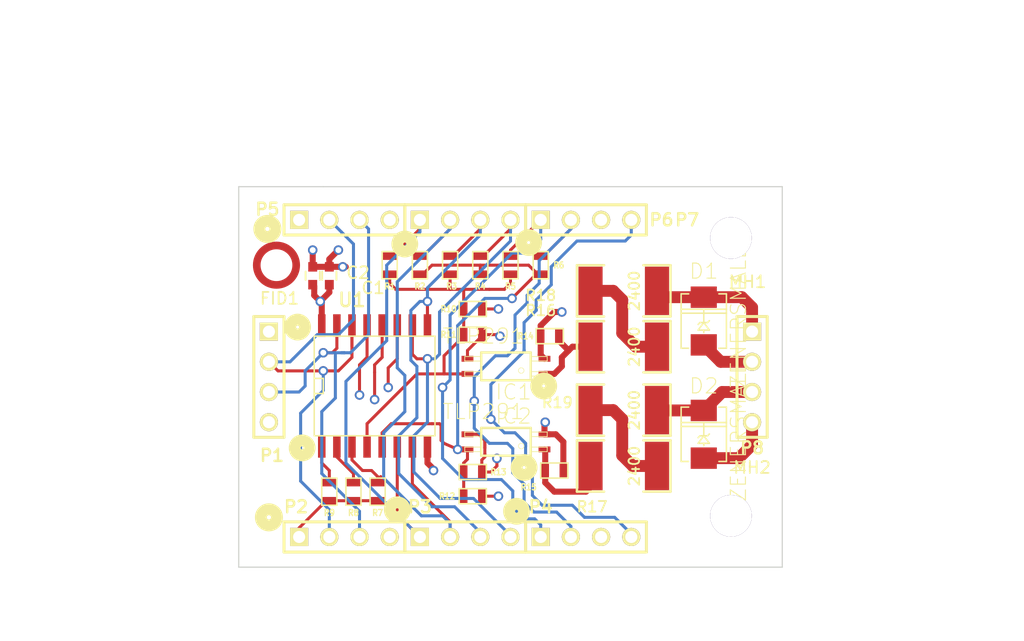
<source format=kicad_pcb>
(kicad_pcb (version 4) (host pcbnew "(2015-01-16 BZR 5376)-product")

  (general
    (links 76)
    (no_connects 0)
    (area 63.62319 27.5844 153.924001 83.160617)
    (thickness 1.6002)
    (drawings 31)
    (tracks 416)
    (zones 0)
    (modules 37)
    (nets 27)
  )

  (page A4)
  (title_block
    (date "25 feb 2015")
  )

  (layers
    (0 Fronte signal)
    (1 VCC power)
    (2 GND power)
    (31 Retro signal)
    (32 B.Adhes user)
    (33 F.Adhes user)
    (34 B.Paste user)
    (35 F.Paste user)
    (36 B.SilkS user)
    (37 F.SilkS user)
    (38 B.Mask user)
    (39 F.Mask user)
    (40 Dwgs.User user)
    (41 Cmts.User user)
    (42 Eco1.User user)
    (43 Eco2.User user)
    (44 Edge.Cuts user)
  )

  (setup
    (last_trace_width 0.508)
    (user_trace_width 0.127)
    (user_trace_width 0.254)
    (user_trace_width 0.508)
    (user_trace_width 1.00076)
    (user_trace_width 1.50114)
    (user_trace_width 1.99898)
    (user_trace_width 2.99974)
    (trace_clearance 0.254)
    (zone_clearance 0.508)
    (zone_45_only no)
    (trace_min 0.127)
    (segment_width 1)
    (edge_width 0.3048)
    (via_size 0.8001)
    (via_drill 0.50038)
    (via_min_size 0.8001)
    (via_min_drill 0.50038)
    (uvia_size 0.508)
    (uvia_drill 0.127)
    (uvias_allowed no)
    (uvia_min_size 0.508)
    (uvia_min_drill 0.127)
    (pcb_text_width 0.3048)
    (pcb_text_size 1.524 1.524)
    (mod_edge_width 0.3048)
    (mod_text_size 1.27 1.27)
    (mod_text_width 0.254)
    (pad_size 2 2)
    (pad_drill 0)
    (pad_to_mask_clearance 0.254)
    (aux_axis_origin 0 0)
    (visible_elements 7FFFFFFF)
    (pcbplotparams
      (layerselection 0x00030_80000001)
      (usegerberextensions true)
      (excludeedgelayer true)
      (linewidth 0.150000)
      (plotframeref false)
      (viasonmask false)
      (mode 1)
      (useauxorigin false)
      (hpglpennumber 1)
      (hpglpenspeed 20)
      (hpglpendiameter 15)
      (hpglpenoverlay 0)
      (psnegative false)
      (psa4output false)
      (plotreference true)
      (plotvalue true)
      (plotinvisibletext false)
      (padsonsilk false)
      (subtractmaskfromsilk false)
      (outputformat 1)
      (mirror false)
      (drillshape 1)
      (scaleselection 1)
      (outputdirectory ""))
  )

  (net 0 "")
  (net 1 /I2C_INT)
  (net 2 /I2C_SCL)
  (net 3 /I2C_SDA)
  (net 4 /IO_0_CMD)
  (net 5 /IO_0_N)
  (net 6 /IO_0_P)
  (net 7 /IO_1_CMD)
  (net 8 /IO_1_N)
  (net 9 /IO_1_P)
  (net 10 /IO_2_CMD)
  (net 11 /IO_3_CMD)
  (net 12 /IO_4_CMD)
  (net 13 /IO_5_CMD)
  (net 14 /IO_6_CMD)
  (net 15 /IO_7_CMD)
  (net 16 GND)
  (net 17 VDD)
  (net 18 "Net-(IC1-Pad1)")
  (net 19 "Net-(IC2-Pad1)")
  (net 20 "Net-(P4-Pad3)")
  (net 21 "Net-(P7-Pad3)")
  (net 22 "Net-(R7-Pad2)")
  (net 23 "Net-(R8-Pad2)")
  (net 24 "Net-(R9-Pad2)")
  (net 25 "Net-(R16-Pad2)")
  (net 26 "Net-(R17-Pad2)")

  (net_class Default "Questo è il gruppo di collegamenti predefinito"
    (clearance 0.254)
    (trace_width 0.127)
    (via_dia 0.8001)
    (via_drill 0.50038)
    (uvia_dia 0.508)
    (uvia_drill 0.127)
    (add_net /I2C_INT)
    (add_net /I2C_SCL)
    (add_net /I2C_SDA)
    (add_net /IO_0_CMD)
    (add_net /IO_0_N)
    (add_net /IO_0_P)
    (add_net /IO_1_CMD)
    (add_net /IO_1_N)
    (add_net /IO_1_P)
    (add_net /IO_2_CMD)
    (add_net /IO_3_CMD)
    (add_net /IO_4_CMD)
    (add_net /IO_5_CMD)
    (add_net /IO_6_CMD)
    (add_net /IO_7_CMD)
    (add_net GND)
    (add_net "Net-(IC1-Pad1)")
    (add_net "Net-(IC2-Pad1)")
    (add_net "Net-(P4-Pad3)")
    (add_net "Net-(P7-Pad3)")
    (add_net "Net-(R16-Pad2)")
    (add_net "Net-(R17-Pad2)")
    (add_net "Net-(R7-Pad2)")
    (add_net "Net-(R8-Pad2)")
    (add_net "Net-(R9-Pad2)")
    (add_net VDD)
  )

  (module SO16L (layer Fronte) (tedit 553576F1) (tstamp 54ADBAFC)
    (at 95.25 59.69)
    (path /547BA1C7)
    (attr smd)
    (fp_text reference U1 (at -1.905 -7.239) (layer F.SilkS)
      (effects (font (size 1.143 1.143) (thickness 0.2032)))
    )
    (fp_text value PCF8574 (at 0.381 -1.905) (layer F.SilkS) hide
      (effects (font (size 1.143 1.143) (thickness 0.2032)))
    )
    (fp_line (start 5.08 4.191) (end -5.08 4.191) (layer F.SilkS) (width 0.127))
    (fp_line (start -5.08 4.191) (end -5.08 -4.191) (layer F.SilkS) (width 0.127))
    (fp_line (start -5.08 -4.191) (end 5.08 -4.191) (layer F.SilkS) (width 0.127))
    (fp_line (start 5.08 -4.191) (end 5.08 4.191) (layer F.SilkS) (width 0.127))
    (fp_line (start -5.08 -0.635) (end -4.318 -0.635) (layer F.SilkS) (width 0.127))
    (fp_line (start -4.318 -0.635) (end -4.318 0.635) (layer F.SilkS) (width 0.127))
    (fp_line (start -4.318 0.635) (end -5.08 0.635) (layer F.SilkS) (width 0.127))
    (pad 1 smd rect (at -4.445 5.08) (size 0.635 1.905) (layers Fronte F.Paste F.Mask)
      (net 24 "Net-(R9-Pad2)"))
    (pad 2 smd rect (at -3.175 5.08) (size 0.635 1.905) (layers Fronte F.Paste F.Mask)
      (net 23 "Net-(R8-Pad2)"))
    (pad 3 smd rect (at -1.905 5.08) (size 0.635 1.905) (layers Fronte F.Paste F.Mask)
      (net 22 "Net-(R7-Pad2)"))
    (pad 4 smd rect (at -0.635 5.08) (size 0.635 1.905) (layers Fronte F.Paste F.Mask)
      (net 4 /IO_0_CMD))
    (pad 5 smd rect (at 0.635 5.08) (size 0.635 1.905) (layers Fronte F.Paste F.Mask)
      (net 7 /IO_1_CMD))
    (pad 6 smd rect (at 1.905 5.08) (size 0.635 1.905) (layers Fronte F.Paste F.Mask)
      (net 10 /IO_2_CMD))
    (pad 7 smd rect (at 3.175 5.08) (size 0.635 1.905) (layers Fronte F.Paste F.Mask)
      (net 11 /IO_3_CMD))
    (pad 8 smd rect (at 4.445 5.08) (size 0.635 1.905) (layers Fronte F.Paste F.Mask)
      (net 16 GND))
    (pad 9 smd rect (at 4.445 -5.08) (size 0.635 1.905) (layers Fronte F.Paste F.Mask)
      (net 12 /IO_4_CMD))
    (pad 10 smd rect (at 3.175 -5.08) (size 0.635 1.905) (layers Fronte F.Paste F.Mask)
      (net 13 /IO_5_CMD))
    (pad 11 smd rect (at 1.905 -5.08) (size 0.635 1.905) (layers Fronte F.Paste F.Mask)
      (net 14 /IO_6_CMD))
    (pad 12 smd rect (at 0.635 -5.08) (size 0.635 1.905) (layers Fronte F.Paste F.Mask)
      (net 15 /IO_7_CMD))
    (pad 13 smd rect (at -0.635 -5.08) (size 0.635 1.905) (layers Fronte F.Paste F.Mask)
      (net 1 /I2C_INT))
    (pad 14 smd rect (at -1.905 -5.08) (size 0.635 1.905) (layers Fronte F.Paste F.Mask)
      (net 2 /I2C_SCL))
    (pad 15 smd rect (at -3.175 -5.08) (size 0.635 1.905) (layers Fronte F.Paste F.Mask)
      (net 3 /I2C_SDA))
    (pad 16 smd rect (at -4.445 -5.08) (size 0.635 1.905) (layers Fronte F.Paste F.Mask)
      (net 17 VDD))
    (model smd/cms_so16.wrl
      (at (xyz 0 0 0))
      (scale (xyz 0.5 0.6 0.5))
      (rotate (xyz 0 0 0))
    )
  )

  (module SM0603 (layer Fronte) (tedit 553183C7) (tstamp 54ADBAFD)
    (at 103.505 66.929)
    (path /547B9BC3)
    (attr smd)
    (fp_text reference R13 (at 2.159 0) (layer F.SilkS)
      (effects (font (size 0.508 0.4572) (thickness 0.1143)))
    )
    (fp_text value 10000 (at 0 0) (layer F.SilkS) hide
      (effects (font (size 0.508 0.4572) (thickness 0.1143)))
    )
    (fp_line (start -1.143 -0.635) (end 1.143 -0.635) (layer F.SilkS) (width 0.127))
    (fp_line (start 1.143 -0.635) (end 1.143 0.635) (layer F.SilkS) (width 0.127))
    (fp_line (start 1.143 0.635) (end -1.143 0.635) (layer F.SilkS) (width 0.127))
    (fp_line (start -1.143 0.635) (end -1.143 -0.635) (layer F.SilkS) (width 0.127))
    (pad 1 smd rect (at -0.762 0) (size 0.635 1.143) (layers Fronte F.Paste F.Mask)
      (net 7 /IO_1_CMD))
    (pad 2 smd rect (at 0.762 0) (size 0.635 1.143) (layers Fronte F.Paste F.Mask)
      (net 16 GND))
    (model smd\resistors\R0603.wrl
      (at (xyz 0 0 0.001))
      (scale (xyz 0.5 0.5 0.5))
      (rotate (xyz 0 0 0))
    )
  )

  (module SM0603 (layer Fronte) (tedit 553183CA) (tstamp 54ADBAFF)
    (at 103.505 68.961 180)
    (path /547B9BC6)
    (attr smd)
    (fp_text reference R12 (at 2.159 0 180) (layer F.SilkS)
      (effects (font (size 0.508 0.4572) (thickness 0.1143)))
    )
    (fp_text value 1000 (at 0 0 180) (layer F.SilkS) hide
      (effects (font (size 0.508 0.4572) (thickness 0.1143)))
    )
    (fp_line (start -1.143 -0.635) (end 1.143 -0.635) (layer F.SilkS) (width 0.127))
    (fp_line (start 1.143 -0.635) (end 1.143 0.635) (layer F.SilkS) (width 0.127))
    (fp_line (start 1.143 0.635) (end -1.143 0.635) (layer F.SilkS) (width 0.127))
    (fp_line (start -1.143 0.635) (end -1.143 -0.635) (layer F.SilkS) (width 0.127))
    (pad 1 smd rect (at -0.762 0 180) (size 0.635 1.143) (layers Fronte F.Paste F.Mask)
      (net 17 VDD))
    (pad 2 smd rect (at 0.762 0 180) (size 0.635 1.143) (layers Fronte F.Paste F.Mask)
      (net 7 /IO_1_CMD))
    (model smd\resistors\R0603.wrl
      (at (xyz 0 0 0.001))
      (scale (xyz 0.5 0.5 0.5))
      (rotate (xyz 0 0 0))
    )
  )

  (module SM0603 (layer Fronte) (tedit 5531831D) (tstamp 54ADBB01)
    (at 103.505 55.372)
    (path /547B9AAC)
    (attr smd)
    (fp_text reference R11 (at -2.032 0) (layer F.SilkS)
      (effects (font (size 0.508 0.4572) (thickness 0.1143)))
    )
    (fp_text value 10000 (at 0 0) (layer F.SilkS) hide
      (effects (font (size 0.508 0.4572) (thickness 0.1143)))
    )
    (fp_line (start -1.143 -0.635) (end 1.143 -0.635) (layer F.SilkS) (width 0.127))
    (fp_line (start 1.143 -0.635) (end 1.143 0.635) (layer F.SilkS) (width 0.127))
    (fp_line (start 1.143 0.635) (end -1.143 0.635) (layer F.SilkS) (width 0.127))
    (fp_line (start -1.143 0.635) (end -1.143 -0.635) (layer F.SilkS) (width 0.127))
    (pad 1 smd rect (at -0.762 0) (size 0.635 1.143) (layers Fronte F.Paste F.Mask)
      (net 4 /IO_0_CMD))
    (pad 2 smd rect (at 0.762 0) (size 0.635 1.143) (layers Fronte F.Paste F.Mask)
      (net 16 GND))
    (model smd\resistors\R0603.wrl
      (at (xyz 0 0 0.001))
      (scale (xyz 0.5 0.5 0.5))
      (rotate (xyz 0 0 0))
    )
  )

  (module SM0603 (layer Fronte) (tedit 55318324) (tstamp 54ADBB03)
    (at 103.505 53.213 180)
    (path /5456065C)
    (attr smd)
    (fp_text reference R10 (at 2.032 0 180) (layer F.SilkS)
      (effects (font (size 0.508 0.4572) (thickness 0.1143)))
    )
    (fp_text value 1000 (at 0 0 180) (layer F.SilkS) hide
      (effects (font (size 0.508 0.4572) (thickness 0.1143)))
    )
    (fp_line (start -1.143 -0.635) (end 1.143 -0.635) (layer F.SilkS) (width 0.127))
    (fp_line (start 1.143 -0.635) (end 1.143 0.635) (layer F.SilkS) (width 0.127))
    (fp_line (start 1.143 0.635) (end -1.143 0.635) (layer F.SilkS) (width 0.127))
    (fp_line (start -1.143 0.635) (end -1.143 -0.635) (layer F.SilkS) (width 0.127))
    (pad 1 smd rect (at -0.762 0 180) (size 0.635 1.143) (layers Fronte F.Paste F.Mask)
      (net 17 VDD))
    (pad 2 smd rect (at 0.762 0 180) (size 0.635 1.143) (layers Fronte F.Paste F.Mask)
      (net 4 /IO_0_CMD))
    (model smd\resistors\R0603.wrl
      (at (xyz 0 0 0.001))
      (scale (xyz 0.5 0.5 0.5))
      (rotate (xyz 0 0 0))
    )
  )

  (module SM0603 (layer Fronte) (tedit 5531830A) (tstamp 54ADBB05)
    (at 91.44 68.58 90)
    (path /547BA1E9)
    (attr smd)
    (fp_text reference R9 (at -1.778 0 180) (layer F.SilkS)
      (effects (font (size 0.508 0.4572) (thickness 0.1143)))
    )
    (fp_text value 10000 (at 0 0 90) (layer F.SilkS) hide
      (effects (font (size 0.508 0.4572) (thickness 0.1143)))
    )
    (fp_line (start -1.143 -0.635) (end 1.143 -0.635) (layer F.SilkS) (width 0.127))
    (fp_line (start 1.143 -0.635) (end 1.143 0.635) (layer F.SilkS) (width 0.127))
    (fp_line (start 1.143 0.635) (end -1.143 0.635) (layer F.SilkS) (width 0.127))
    (fp_line (start -1.143 0.635) (end -1.143 -0.635) (layer F.SilkS) (width 0.127))
    (pad 1 smd rect (at -0.762 0 90) (size 0.635 1.143) (layers Fronte F.Paste F.Mask)
      (net 17 VDD))
    (pad 2 smd rect (at 0.762 0 90) (size 0.635 1.143) (layers Fronte F.Paste F.Mask)
      (net 24 "Net-(R9-Pad2)"))
    (model smd\resistors\R0603.wrl
      (at (xyz 0 0 0.001))
      (scale (xyz 0.5 0.5 0.5))
      (rotate (xyz 0 0 0))
    )
  )

  (module SM0603 (layer Fronte) (tedit 55318310) (tstamp 54ADBB07)
    (at 93.472 68.58 90)
    (path /547BA1FE)
    (attr smd)
    (fp_text reference R8 (at -1.778 0 180) (layer F.SilkS)
      (effects (font (size 0.508 0.4572) (thickness 0.1143)))
    )
    (fp_text value 10000 (at 0 0 90) (layer F.SilkS) hide
      (effects (font (size 0.508 0.4572) (thickness 0.1143)))
    )
    (fp_line (start -1.143 -0.635) (end 1.143 -0.635) (layer F.SilkS) (width 0.127))
    (fp_line (start 1.143 -0.635) (end 1.143 0.635) (layer F.SilkS) (width 0.127))
    (fp_line (start 1.143 0.635) (end -1.143 0.635) (layer F.SilkS) (width 0.127))
    (fp_line (start -1.143 0.635) (end -1.143 -0.635) (layer F.SilkS) (width 0.127))
    (pad 1 smd rect (at -0.762 0 90) (size 0.635 1.143) (layers Fronte F.Paste F.Mask)
      (net 17 VDD))
    (pad 2 smd rect (at 0.762 0 90) (size 0.635 1.143) (layers Fronte F.Paste F.Mask)
      (net 23 "Net-(R8-Pad2)"))
    (model smd\resistors\R0603.wrl
      (at (xyz 0 0 0.001))
      (scale (xyz 0.5 0.5 0.5))
      (rotate (xyz 0 0 0))
    )
  )

  (module SM0603 (layer Fronte) (tedit 55318314) (tstamp 54ADBB09)
    (at 95.504 68.58 90)
    (path /547BA201)
    (attr smd)
    (fp_text reference R7 (at -1.778 0 180) (layer F.SilkS)
      (effects (font (size 0.508 0.4572) (thickness 0.1143)))
    )
    (fp_text value 10000 (at 0 0 90) (layer F.SilkS) hide
      (effects (font (size 0.508 0.4572) (thickness 0.1143)))
    )
    (fp_line (start -1.143 -0.635) (end 1.143 -0.635) (layer F.SilkS) (width 0.127))
    (fp_line (start 1.143 -0.635) (end 1.143 0.635) (layer F.SilkS) (width 0.127))
    (fp_line (start 1.143 0.635) (end -1.143 0.635) (layer F.SilkS) (width 0.127))
    (fp_line (start -1.143 0.635) (end -1.143 -0.635) (layer F.SilkS) (width 0.127))
    (pad 1 smd rect (at -0.762 0 90) (size 0.635 1.143) (layers Fronte F.Paste F.Mask)
      (net 17 VDD))
    (pad 2 smd rect (at 0.762 0 90) (size 0.635 1.143) (layers Fronte F.Paste F.Mask)
      (net 22 "Net-(R7-Pad2)"))
    (model smd\resistors\R0603.wrl
      (at (xyz 0 0 0.001))
      (scale (xyz 0.5 0.5 0.5))
      (rotate (xyz 0 0 0))
    )
  )

  (module SM0603 (layer Fronte) (tedit 553183BD) (tstamp 54ADBB0B)
    (at 96.52 49.53 270)
    (path /547B9FF3)
    (attr smd)
    (fp_text reference R1 (at 1.778 0 360) (layer F.SilkS)
      (effects (font (size 0.508 0.4572) (thickness 0.1143)))
    )
    (fp_text value 0 (at 0 0 270) (layer F.SilkS) hide
      (effects (font (size 0.508 0.4572) (thickness 0.1143)))
    )
    (fp_line (start -1.143 -0.635) (end 1.143 -0.635) (layer F.SilkS) (width 0.127))
    (fp_line (start 1.143 -0.635) (end 1.143 0.635) (layer F.SilkS) (width 0.127))
    (fp_line (start 1.143 0.635) (end -1.143 0.635) (layer F.SilkS) (width 0.127))
    (fp_line (start -1.143 0.635) (end -1.143 -0.635) (layer F.SilkS) (width 0.127))
    (pad 1 smd rect (at -0.762 0 270) (size 0.635 1.143) (layers Fronte F.Paste F.Mask)
      (net 10 /IO_2_CMD))
    (pad 2 smd rect (at 0.762 0 270) (size 0.635 1.143) (layers Fronte F.Paste F.Mask)
      (net 4 /IO_0_CMD))
    (model smd\resistors\R0603.wrl
      (at (xyz 0 0 0.001))
      (scale (xyz 0.5 0.5 0.5))
      (rotate (xyz 0 0 0))
    )
  )

  (module SM0603 (layer Fronte) (tedit 553183B8) (tstamp 54ADBB0D)
    (at 99.06 49.53 270)
    (path /547B9FFD)
    (attr smd)
    (fp_text reference R2 (at 1.778 0 360) (layer F.SilkS)
      (effects (font (size 0.508 0.4572) (thickness 0.1143)))
    )
    (fp_text value 0 (at 0 0 270) (layer F.SilkS) hide
      (effects (font (size 0.508 0.4572) (thickness 0.1143)))
    )
    (fp_line (start -1.143 -0.635) (end 1.143 -0.635) (layer F.SilkS) (width 0.127))
    (fp_line (start 1.143 -0.635) (end 1.143 0.635) (layer F.SilkS) (width 0.127))
    (fp_line (start 1.143 0.635) (end -1.143 0.635) (layer F.SilkS) (width 0.127))
    (fp_line (start -1.143 0.635) (end -1.143 -0.635) (layer F.SilkS) (width 0.127))
    (pad 1 smd rect (at -0.762 0 270) (size 0.635 1.143) (layers Fronte F.Paste F.Mask)
      (net 11 /IO_3_CMD))
    (pad 2 smd rect (at 0.762 0 270) (size 0.635 1.143) (layers Fronte F.Paste F.Mask)
      (net 7 /IO_1_CMD))
    (model smd\resistors\R0603.wrl
      (at (xyz 0 0 0.001))
      (scale (xyz 0.5 0.5 0.5))
      (rotate (xyz 0 0 0))
    )
  )

  (module SM0603 (layer Fronte) (tedit 553183B3) (tstamp 54ADBB0F)
    (at 101.6 49.53 270)
    (path /547BA018)
    (attr smd)
    (fp_text reference R3 (at 1.778 -0.127 360) (layer F.SilkS)
      (effects (font (size 0.508 0.4572) (thickness 0.1143)))
    )
    (fp_text value 0 (at 0 0 270) (layer F.SilkS) hide
      (effects (font (size 0.508 0.4572) (thickness 0.1143)))
    )
    (fp_line (start -1.143 -0.635) (end 1.143 -0.635) (layer F.SilkS) (width 0.127))
    (fp_line (start 1.143 -0.635) (end 1.143 0.635) (layer F.SilkS) (width 0.127))
    (fp_line (start 1.143 0.635) (end -1.143 0.635) (layer F.SilkS) (width 0.127))
    (fp_line (start -1.143 0.635) (end -1.143 -0.635) (layer F.SilkS) (width 0.127))
    (pad 1 smd rect (at -0.762 0 270) (size 0.635 1.143) (layers Fronte F.Paste F.Mask)
      (net 12 /IO_4_CMD))
    (pad 2 smd rect (at 0.762 0 270) (size 0.635 1.143) (layers Fronte F.Paste F.Mask)
      (net 4 /IO_0_CMD))
    (model smd\resistors\R0603.wrl
      (at (xyz 0 0 0.001))
      (scale (xyz 0.5 0.5 0.5))
      (rotate (xyz 0 0 0))
    )
  )

  (module SM0603 (layer Fronte) (tedit 553183AF) (tstamp 54ADBB11)
    (at 104.14 49.53 270)
    (path /547BA01C)
    (attr smd)
    (fp_text reference R4 (at 1.778 0 360) (layer F.SilkS)
      (effects (font (size 0.508 0.4572) (thickness 0.1143)))
    )
    (fp_text value 0 (at 0 0 270) (layer F.SilkS) hide
      (effects (font (size 0.508 0.4572) (thickness 0.1143)))
    )
    (fp_line (start -1.143 -0.635) (end 1.143 -0.635) (layer F.SilkS) (width 0.127))
    (fp_line (start 1.143 -0.635) (end 1.143 0.635) (layer F.SilkS) (width 0.127))
    (fp_line (start 1.143 0.635) (end -1.143 0.635) (layer F.SilkS) (width 0.127))
    (fp_line (start -1.143 0.635) (end -1.143 -0.635) (layer F.SilkS) (width 0.127))
    (pad 1 smd rect (at -0.762 0 270) (size 0.635 1.143) (layers Fronte F.Paste F.Mask)
      (net 13 /IO_5_CMD))
    (pad 2 smd rect (at 0.762 0 270) (size 0.635 1.143) (layers Fronte F.Paste F.Mask)
      (net 7 /IO_1_CMD))
    (model smd\resistors\R0603.wrl
      (at (xyz 0 0 0.001))
      (scale (xyz 0.5 0.5 0.5))
      (rotate (xyz 0 0 0))
    )
  )

  (module SM0603 (layer Fronte) (tedit 553183A9) (tstamp 54ADBB13)
    (at 106.68 49.53 270)
    (path /547BA026)
    (attr smd)
    (fp_text reference R5 (at 1.778 0 360) (layer F.SilkS)
      (effects (font (size 0.508 0.4572) (thickness 0.1143)))
    )
    (fp_text value 0 (at 0 0 270) (layer F.SilkS) hide
      (effects (font (size 0.508 0.4572) (thickness 0.1143)))
    )
    (fp_line (start -1.143 -0.635) (end 1.143 -0.635) (layer F.SilkS) (width 0.127))
    (fp_line (start 1.143 -0.635) (end 1.143 0.635) (layer F.SilkS) (width 0.127))
    (fp_line (start 1.143 0.635) (end -1.143 0.635) (layer F.SilkS) (width 0.127))
    (fp_line (start -1.143 0.635) (end -1.143 -0.635) (layer F.SilkS) (width 0.127))
    (pad 1 smd rect (at -0.762 0 270) (size 0.635 1.143) (layers Fronte F.Paste F.Mask)
      (net 14 /IO_6_CMD))
    (pad 2 smd rect (at 0.762 0 270) (size 0.635 1.143) (layers Fronte F.Paste F.Mask)
      (net 4 /IO_0_CMD))
    (model smd\resistors\R0603.wrl
      (at (xyz 0 0 0.001))
      (scale (xyz 0.5 0.5 0.5))
      (rotate (xyz 0 0 0))
    )
  )

  (module SM0603 (layer Fronte) (tedit 553183A1) (tstamp 54ADBB15)
    (at 109.22 49.53 270)
    (path /547BA02B)
    (attr smd)
    (fp_text reference R6 (at 0 -1.524 360) (layer F.SilkS)
      (effects (font (size 0.508 0.4572) (thickness 0.1143)))
    )
    (fp_text value 0 (at 0 0 270) (layer F.SilkS) hide
      (effects (font (size 0.508 0.4572) (thickness 0.1143)))
    )
    (fp_line (start -1.143 -0.635) (end 1.143 -0.635) (layer F.SilkS) (width 0.127))
    (fp_line (start 1.143 -0.635) (end 1.143 0.635) (layer F.SilkS) (width 0.127))
    (fp_line (start 1.143 0.635) (end -1.143 0.635) (layer F.SilkS) (width 0.127))
    (fp_line (start -1.143 0.635) (end -1.143 -0.635) (layer F.SilkS) (width 0.127))
    (pad 1 smd rect (at -0.762 0 270) (size 0.635 1.143) (layers Fronte F.Paste F.Mask)
      (net 15 /IO_7_CMD))
    (pad 2 smd rect (at 0.762 0 270) (size 0.635 1.143) (layers Fronte F.Paste F.Mask)
      (net 7 /IO_1_CMD))
    (model smd\resistors\R0603.wrl
      (at (xyz 0 0 0.001))
      (scale (xyz 0.5 0.5 0.5))
      (rotate (xyz 0 0 0))
    )
  )

  (module PIN_ARRAY_4x1 (layer Fronte) (tedit 55318361) (tstamp 54ADBB19)
    (at 127 58.928 270)
    (descr "Double rangee de contacts 2 x 5 pins")
    (tags CONN)
    (path /545600A7)
    (fp_text reference P8 (at 5.969 0 360) (layer F.SilkS)
      (effects (font (size 1.016 1.016) (thickness 0.2032)))
    )
    (fp_text value CONN_4 (at 0 2.54 270) (layer F.SilkS) hide
      (effects (font (size 1.016 1.016) (thickness 0.2032)))
    )
    (fp_line (start 5.08 1.27) (end -5.08 1.27) (layer F.SilkS) (width 0.254))
    (fp_line (start 5.08 -1.27) (end -5.08 -1.27) (layer F.SilkS) (width 0.254))
    (fp_line (start -5.08 -1.27) (end -5.08 1.27) (layer F.SilkS) (width 0.254))
    (fp_line (start 5.08 1.27) (end 5.08 -1.27) (layer F.SilkS) (width 0.254))
    (pad 1 thru_hole rect (at -3.81 0 270) (size 1.524 1.524) (drill 1.016) (layers *.Cu *.Mask F.SilkS)
      (net 6 /IO_0_P))
    (pad 2 thru_hole circle (at -1.27 0 270) (size 1.524 1.524) (drill 1.016) (layers *.Cu *.Mask F.SilkS)
      (net 5 /IO_0_N))
    (pad 3 thru_hole circle (at 1.27 0 270) (size 1.524 1.524) (drill 1.016) (layers *.Cu *.Mask F.SilkS)
      (net 9 /IO_1_P))
    (pad 4 thru_hole circle (at 3.81 0 270) (size 1.524 1.524) (drill 1.016) (layers *.Cu *.Mask F.SilkS)
      (net 8 /IO_1_N))
    (model pin_array\pins_array_4x1.wrl
      (at (xyz 0 0 0))
      (scale (xyz 1 1 1))
      (rotate (xyz 0 0 0))
    )
  )

  (module PIN_ARRAY_4x1 (layer Fronte) (tedit 5531833C) (tstamp 54ADBB1B)
    (at 113.03 45.72)
    (descr "Double rangee de contacts 2 x 5 pins")
    (tags CONN)
    (path /547BA0D5)
    (fp_text reference P7 (at 8.509 0) (layer F.SilkS)
      (effects (font (size 1.016 1.016) (thickness 0.2032)))
    )
    (fp_text value CONN_4 (at 0 2.54) (layer F.SilkS) hide
      (effects (font (size 1.016 1.016) (thickness 0.2032)))
    )
    (fp_line (start 5.08 1.27) (end -5.08 1.27) (layer F.SilkS) (width 0.254))
    (fp_line (start 5.08 -1.27) (end -5.08 -1.27) (layer F.SilkS) (width 0.254))
    (fp_line (start -5.08 -1.27) (end -5.08 1.27) (layer F.SilkS) (width 0.254))
    (fp_line (start 5.08 1.27) (end 5.08 -1.27) (layer F.SilkS) (width 0.254))
    (pad 1 thru_hole rect (at -3.81 0) (size 1.524 1.524) (drill 1.016) (layers *.Cu *.Mask F.SilkS)
      (net 14 /IO_6_CMD))
    (pad 2 thru_hole circle (at -1.27 0) (size 1.524 1.524) (drill 1.016) (layers *.Cu *.Mask F.SilkS)
      (net 15 /IO_7_CMD))
    (pad 3 thru_hole circle (at 1.27 0) (size 1.524 1.524) (drill 1.016) (layers *.Cu *.Mask F.SilkS)
      (net 21 "Net-(P7-Pad3)"))
    (pad 4 thru_hole circle (at 3.81 0) (size 1.524 1.524) (drill 1.016) (layers *.Cu *.Mask F.SilkS)
      (net 1 /I2C_INT))
    (model pin_array\pins_array_4x1.wrl
      (at (xyz 0 0 0))
      (scale (xyz 1 1 1))
      (rotate (xyz 0 0 0))
    )
  )

  (module PIN_ARRAY_4x1 (layer Fronte) (tedit 55318337) (tstamp 54ADBB1D)
    (at 102.87 45.72)
    (descr "Double rangee de contacts 2 x 5 pins")
    (tags CONN)
    (path /547BA0D6)
    (fp_text reference P6 (at 16.51 0) (layer F.SilkS)
      (effects (font (size 1.016 1.016) (thickness 0.2032)))
    )
    (fp_text value CONN_4 (at 0 2.54) (layer F.SilkS) hide
      (effects (font (size 1.016 1.016) (thickness 0.2032)))
    )
    (fp_line (start 5.08 1.27) (end -5.08 1.27) (layer F.SilkS) (width 0.254))
    (fp_line (start 5.08 -1.27) (end -5.08 -1.27) (layer F.SilkS) (width 0.254))
    (fp_line (start -5.08 -1.27) (end -5.08 1.27) (layer F.SilkS) (width 0.254))
    (fp_line (start 5.08 1.27) (end 5.08 -1.27) (layer F.SilkS) (width 0.254))
    (pad 1 thru_hole rect (at -3.81 0) (size 1.524 1.524) (drill 1.016) (layers *.Cu *.Mask F.SilkS)
      (net 10 /IO_2_CMD))
    (pad 2 thru_hole circle (at -1.27 0) (size 1.524 1.524) (drill 1.016) (layers *.Cu *.Mask F.SilkS)
      (net 11 /IO_3_CMD))
    (pad 3 thru_hole circle (at 1.27 0) (size 1.524 1.524) (drill 1.016) (layers *.Cu *.Mask F.SilkS)
      (net 12 /IO_4_CMD))
    (pad 4 thru_hole circle (at 3.81 0) (size 1.524 1.524) (drill 1.016) (layers *.Cu *.Mask F.SilkS)
      (net 13 /IO_5_CMD))
    (model pin_array\pins_array_4x1.wrl
      (at (xyz 0 0 0))
      (scale (xyz 1 1 1))
      (rotate (xyz 0 0 0))
    )
  )

  (module PIN_ARRAY_4x1 (layer Fronte) (tedit 55318583) (tstamp 54ADBB1F)
    (at 92.71 45.72)
    (descr "Double rangee de contacts 2 x 5 pins")
    (tags CONN)
    (path /547BA0D4)
    (fp_text reference P5 (at -6.477 -0.889) (layer F.SilkS)
      (effects (font (size 1.016 1.016) (thickness 0.2032)))
    )
    (fp_text value CONN_4 (at 0 2.54) (layer F.SilkS) hide
      (effects (font (size 1.016 1.016) (thickness 0.2032)))
    )
    (fp_line (start 5.08 1.27) (end -5.08 1.27) (layer F.SilkS) (width 0.254))
    (fp_line (start 5.08 -1.27) (end -5.08 -1.27) (layer F.SilkS) (width 0.254))
    (fp_line (start -5.08 -1.27) (end -5.08 1.27) (layer F.SilkS) (width 0.254))
    (fp_line (start 5.08 1.27) (end 5.08 -1.27) (layer F.SilkS) (width 0.254))
    (pad 1 thru_hole rect (at -3.81 0) (size 1.524 1.524) (drill 1.016) (layers *.Cu *.Mask F.SilkS)
      (net 17 VDD))
    (pad 2 thru_hole circle (at -1.27 0) (size 1.524 1.524) (drill 1.016) (layers *.Cu *.Mask F.SilkS)
      (net 2 /I2C_SCL))
    (pad 3 thru_hole circle (at 1.27 0) (size 1.524 1.524) (drill 1.016) (layers *.Cu *.Mask F.SilkS)
      (net 3 /I2C_SDA))
    (pad 4 thru_hole circle (at 3.81 0) (size 1.524 1.524) (drill 1.016) (layers *.Cu *.Mask F.SilkS)
      (net 16 GND))
    (model pin_array\pins_array_4x1.wrl
      (at (xyz 0 0 0))
      (scale (xyz 1 1 1))
      (rotate (xyz 0 0 0))
    )
  )

  (module PIN_ARRAY_4x1 (layer Fronte) (tedit 553182DF) (tstamp 54ADBB21)
    (at 113.03 72.39)
    (descr "Double rangee de contacts 2 x 5 pins")
    (tags CONN)
    (path /547B991B)
    (fp_text reference P4 (at -3.81 -2.54) (layer F.SilkS)
      (effects (font (size 1.016 1.016) (thickness 0.2032)))
    )
    (fp_text value CONN_4 (at 0 2.54) (layer F.SilkS) hide
      (effects (font (size 1.016 1.016) (thickness 0.2032)))
    )
    (fp_line (start 5.08 1.27) (end -5.08 1.27) (layer F.SilkS) (width 0.254))
    (fp_line (start 5.08 -1.27) (end -5.08 -1.27) (layer F.SilkS) (width 0.254))
    (fp_line (start -5.08 -1.27) (end -5.08 1.27) (layer F.SilkS) (width 0.254))
    (fp_line (start 5.08 1.27) (end 5.08 -1.27) (layer F.SilkS) (width 0.254))
    (pad 1 thru_hole rect (at -3.81 0) (size 1.524 1.524) (drill 1.016) (layers *.Cu *.Mask F.SilkS)
      (net 14 /IO_6_CMD))
    (pad 2 thru_hole circle (at -1.27 0) (size 1.524 1.524) (drill 1.016) (layers *.Cu *.Mask F.SilkS)
      (net 15 /IO_7_CMD))
    (pad 3 thru_hole circle (at 1.27 0) (size 1.524 1.524) (drill 1.016) (layers *.Cu *.Mask F.SilkS)
      (net 20 "Net-(P4-Pad3)"))
    (pad 4 thru_hole circle (at 3.81 0) (size 1.524 1.524) (drill 1.016) (layers *.Cu *.Mask F.SilkS)
      (net 1 /I2C_INT))
    (model pin_array\pins_array_4x1.wrl
      (at (xyz 0 0 0))
      (scale (xyz 1 1 1))
      (rotate (xyz 0 0 0))
    )
  )

  (module PIN_ARRAY_4x1 (layer Fronte) (tedit 553182D9) (tstamp 54ADBB23)
    (at 102.87 72.39)
    (descr "Double rangee de contacts 2 x 5 pins")
    (tags CONN)
    (path /547B98F2)
    (fp_text reference P3 (at -3.81 -2.54) (layer F.SilkS)
      (effects (font (size 1.016 1.016) (thickness 0.2032)))
    )
    (fp_text value CONN_4 (at 0 2.54) (layer F.SilkS) hide
      (effects (font (size 1.016 1.016) (thickness 0.2032)))
    )
    (fp_line (start 5.08 1.27) (end -5.08 1.27) (layer F.SilkS) (width 0.254))
    (fp_line (start 5.08 -1.27) (end -5.08 -1.27) (layer F.SilkS) (width 0.254))
    (fp_line (start -5.08 -1.27) (end -5.08 1.27) (layer F.SilkS) (width 0.254))
    (fp_line (start 5.08 1.27) (end 5.08 -1.27) (layer F.SilkS) (width 0.254))
    (pad 1 thru_hole rect (at -3.81 0) (size 1.524 1.524) (drill 1.016) (layers *.Cu *.Mask F.SilkS)
      (net 10 /IO_2_CMD))
    (pad 2 thru_hole circle (at -1.27 0) (size 1.524 1.524) (drill 1.016) (layers *.Cu *.Mask F.SilkS)
      (net 11 /IO_3_CMD))
    (pad 3 thru_hole circle (at 1.27 0) (size 1.524 1.524) (drill 1.016) (layers *.Cu *.Mask F.SilkS)
      (net 12 /IO_4_CMD))
    (pad 4 thru_hole circle (at 3.81 0) (size 1.524 1.524) (drill 1.016) (layers *.Cu *.Mask F.SilkS)
      (net 13 /IO_5_CMD))
    (model pin_array\pins_array_4x1.wrl
      (at (xyz 0 0 0))
      (scale (xyz 1 1 1))
      (rotate (xyz 0 0 0))
    )
  )

  (module PIN_ARRAY_4x1 (layer Fronte) (tedit 553182D2) (tstamp 54ADBB25)
    (at 92.71 72.39)
    (descr "Double rangee de contacts 2 x 5 pins")
    (tags CONN)
    (path /547B99B2)
    (fp_text reference P2 (at -4.064 -2.54) (layer F.SilkS)
      (effects (font (size 1.016 1.016) (thickness 0.2032)))
    )
    (fp_text value CONN_4 (at 0 2.54) (layer F.SilkS) hide
      (effects (font (size 1.016 1.016) (thickness 0.2032)))
    )
    (fp_line (start 5.08 1.27) (end -5.08 1.27) (layer F.SilkS) (width 0.254))
    (fp_line (start 5.08 -1.27) (end -5.08 -1.27) (layer F.SilkS) (width 0.254))
    (fp_line (start -5.08 -1.27) (end -5.08 1.27) (layer F.SilkS) (width 0.254))
    (fp_line (start 5.08 1.27) (end 5.08 -1.27) (layer F.SilkS) (width 0.254))
    (pad 1 thru_hole rect (at -3.81 0) (size 1.524 1.524) (drill 1.016) (layers *.Cu *.Mask F.SilkS)
      (net 17 VDD))
    (pad 2 thru_hole circle (at -1.27 0) (size 1.524 1.524) (drill 1.016) (layers *.Cu *.Mask F.SilkS)
      (net 2 /I2C_SCL))
    (pad 3 thru_hole circle (at 1.27 0) (size 1.524 1.524) (drill 1.016) (layers *.Cu *.Mask F.SilkS)
      (net 3 /I2C_SDA))
    (pad 4 thru_hole circle (at 3.81 0) (size 1.524 1.524) (drill 1.016) (layers *.Cu *.Mask F.SilkS)
      (net 16 GND))
    (model pin_array\pins_array_4x1.wrl
      (at (xyz 0 0 0))
      (scale (xyz 1 1 1))
      (rotate (xyz 0 0 0))
    )
  )

  (module PIN_ARRAY_4x1 (layer Fronte) (tedit 553182CB) (tstamp 54ADBB27)
    (at 86.36 58.928 270)
    (descr "Double rangee de contacts 2 x 5 pins")
    (tags CONN)
    (path /54560055)
    (fp_text reference P1 (at 6.604 -0.254 360) (layer F.SilkS)
      (effects (font (size 1.016 1.016) (thickness 0.2032)))
    )
    (fp_text value CONN_4 (at 0 2.54 270) (layer F.SilkS) hide
      (effects (font (size 1.016 1.016) (thickness 0.2032)))
    )
    (fp_line (start 5.08 1.27) (end -5.08 1.27) (layer F.SilkS) (width 0.254))
    (fp_line (start 5.08 -1.27) (end -5.08 -1.27) (layer F.SilkS) (width 0.254))
    (fp_line (start -5.08 -1.27) (end -5.08 1.27) (layer F.SilkS) (width 0.254))
    (fp_line (start 5.08 1.27) (end 5.08 -1.27) (layer F.SilkS) (width 0.254))
    (pad 1 thru_hole rect (at -3.81 0 270) (size 1.524 1.524) (drill 1.016) (layers *.Cu *.Mask F.SilkS)
      (net 17 VDD))
    (pad 2 thru_hole circle (at -1.27 0 270) (size 1.524 1.524) (drill 1.016) (layers *.Cu *.Mask F.SilkS)
      (net 2 /I2C_SCL))
    (pad 3 thru_hole circle (at 1.27 0 270) (size 1.524 1.524) (drill 1.016) (layers *.Cu *.Mask F.SilkS)
      (net 3 /I2C_SDA))
    (pad 4 thru_hole circle (at 3.81 0 270) (size 1.524 1.524) (drill 1.016) (layers *.Cu *.Mask F.SilkS)
      (net 16 GND))
    (model pin_array\pins_array_4x1.wrl
      (at (xyz 0 0 0))
      (scale (xyz 1 1 1))
      (rotate (xyz 0 0 0))
    )
  )

  (module DO214 (layer Fronte) (tedit 55318368) (tstamp 54ADBB28)
    (at 122.936 63.754 90)
    (descr "DO214AC PACKAGE. MONODIRECTIONAL.")
    (tags "DO214AC PACKAGE. MONODIRECTIONAL.")
    (path /547BA3D0)
    (attr smd)
    (fp_text reference D2 (at 4.064 0 180) (layer F.SilkS)
      (effects (font (size 1.27 1.27) (thickness 0.0889)))
    )
    (fp_text value ZENERSMALL (at 0.254 2.921 90) (layer F.SilkS)
      (effects (font (size 1.27 1.27) (thickness 0.0889)))
    )
    (fp_line (start -0.762 0) (end -0.9652 0) (layer F.SilkS) (width 0.127))
    (fp_line (start -2.286 -1.905) (end 2.286 -1.905) (layer F.SilkS) (width 0.127))
    (fp_line (start 2.286 -1.905) (end 2.286 -1.27) (layer F.SilkS) (width 0.127))
    (fp_line (start 0.6604 1.905) (end 0.6604 -1.905) (layer F.SilkS) (width 0.127))
    (fp_line (start 0.9906 1.905) (end 0.9906 -1.905) (layer F.SilkS) (width 0.127))
    (fp_line (start -2.286 1.27) (end -2.286 1.905) (layer F.SilkS) (width 0.127))
    (fp_line (start -2.286 1.905) (end 2.286 1.905) (layer F.SilkS) (width 0.127))
    (fp_line (start 2.286 1.905) (end 2.286 1.27) (layer F.SilkS) (width 0.127))
    (fp_line (start -2.286 -1.27) (end -2.286 -1.905) (layer F.SilkS) (width 0.127))
    (fp_line (start -0.127 0) (end -0.762 -0.47498) (layer F.SilkS) (width 0.127))
    (fp_line (start -0.762 -0.47498) (end -0.762 0) (layer F.SilkS) (width 0.127))
    (fp_line (start -0.762 0) (end -0.762 0.47498) (layer F.SilkS) (width 0.127))
    (fp_line (start -0.762 0.47498) (end -0.127 0) (layer F.SilkS) (width 0.127))
    (fp_line (start -0.127 0) (end -0.127 -0.3175) (layer F.SilkS) (width 0.127))
    (fp_line (start -0.127 -0.3175) (end -0.28448 -0.47498) (layer F.SilkS) (width 0.127))
    (fp_line (start -0.127 0) (end -0.127 0.3175) (layer F.SilkS) (width 0.127))
    (fp_line (start -0.127 0.3175) (end 0.03048 0.47498) (layer F.SilkS) (width 0.127))
    (fp_line (start -0.127 0) (end 0.98298 0) (layer F.SilkS) (width 0.127))
    (pad 1 smd rect (at -2.0066 0 90) (size 1.80086 2.19964) (layers Fronte F.Paste F.Mask)
      (net 8 /IO_1_N))
    (pad 2 smd rect (at 2.0066 0 90) (size 1.80086 2.19964) (layers Fronte F.Paste F.Mask)
      (net 9 /IO_1_P))
    (model smd/do214.wrl
      (at (xyz 0 0 0))
      (scale (xyz 1 1 1))
      (rotate (xyz 0 0 0))
    )
  )

  (module DO214 (layer Fronte) (tedit 55318370) (tstamp 54ADBB2A)
    (at 122.936 54.229 90)
    (descr "DO214AC PACKAGE. MONODIRECTIONAL.")
    (tags "DO214AC PACKAGE. MONODIRECTIONAL.")
    (path /547BA3A6)
    (attr smd)
    (fp_text reference D1 (at 4.191 0 180) (layer F.SilkS)
      (effects (font (size 1.27 1.27) (thickness 0.0889)))
    )
    (fp_text value ZENERSMALL (at 0.254 2.921 90) (layer F.SilkS)
      (effects (font (size 1.27 1.27) (thickness 0.0889)))
    )
    (fp_line (start -0.762 0) (end -0.9652 0) (layer F.SilkS) (width 0.127))
    (fp_line (start -2.286 -1.905) (end 2.286 -1.905) (layer F.SilkS) (width 0.127))
    (fp_line (start 2.286 -1.905) (end 2.286 -1.27) (layer F.SilkS) (width 0.127))
    (fp_line (start 0.6604 1.905) (end 0.6604 -1.905) (layer F.SilkS) (width 0.127))
    (fp_line (start 0.9906 1.905) (end 0.9906 -1.905) (layer F.SilkS) (width 0.127))
    (fp_line (start -2.286 1.27) (end -2.286 1.905) (layer F.SilkS) (width 0.127))
    (fp_line (start -2.286 1.905) (end 2.286 1.905) (layer F.SilkS) (width 0.127))
    (fp_line (start 2.286 1.905) (end 2.286 1.27) (layer F.SilkS) (width 0.127))
    (fp_line (start -2.286 -1.27) (end -2.286 -1.905) (layer F.SilkS) (width 0.127))
    (fp_line (start -0.127 0) (end -0.762 -0.47498) (layer F.SilkS) (width 0.127))
    (fp_line (start -0.762 -0.47498) (end -0.762 0) (layer F.SilkS) (width 0.127))
    (fp_line (start -0.762 0) (end -0.762 0.47498) (layer F.SilkS) (width 0.127))
    (fp_line (start -0.762 0.47498) (end -0.127 0) (layer F.SilkS) (width 0.127))
    (fp_line (start -0.127 0) (end -0.127 -0.3175) (layer F.SilkS) (width 0.127))
    (fp_line (start -0.127 -0.3175) (end -0.28448 -0.47498) (layer F.SilkS) (width 0.127))
    (fp_line (start -0.127 0) (end -0.127 0.3175) (layer F.SilkS) (width 0.127))
    (fp_line (start -0.127 0.3175) (end 0.03048 0.47498) (layer F.SilkS) (width 0.127))
    (fp_line (start -0.127 0) (end 0.98298 0) (layer F.SilkS) (width 0.127))
    (pad 1 smd rect (at -2.0066 0 90) (size 1.80086 2.19964) (layers Fronte F.Paste F.Mask)
      (net 5 /IO_0_N))
    (pad 2 smd rect (at 2.0066 0 90) (size 1.80086 2.19964) (layers Fronte F.Paste F.Mask)
      (net 6 /IO_0_P))
    (model smd/do214.wrl
      (at (xyz 0 0 0))
      (scale (xyz 1 1 1))
      (rotate (xyz 0 0 0))
    )
  )

  (module SM2512 (layer Fronte) (tedit 553182E8) (tstamp 54E9B76E)
    (at 116.205 66.421)
    (path /547B9E50)
    (fp_text reference R17 (at -2.667 3.429) (layer F.SilkS)
      (effects (font (size 0.889 0.889) (thickness 0.1524)))
    )
    (fp_text value 2400 (at 0.889 0 90) (layer F.SilkS)
      (effects (font (size 0.889 0.889) (thickness 0.1524)))
    )
    (fp_line (start 3.937 2.159) (end 1.651 2.159) (layer F.SilkS) (width 0.2032))
    (fp_line (start 1.651 -2.159) (end 3.937 -2.159) (layer F.SilkS) (width 0.2032))
    (fp_line (start -1.651 2.159) (end -3.937 2.159) (layer F.SilkS) (width 0.2032))
    (fp_line (start -3.937 -2.159) (end -1.651 -2.159) (layer F.SilkS) (width 0.2032))
    (fp_line (start -3.937 2.159) (end -3.937 -2.159) (layer F.SilkS) (width 0.2032))
    (fp_line (start 3.937 -2.159) (end 3.937 2.159) (layer F.SilkS) (width 0.2032))
    (pad 1 smd rect (at -2.794 0) (size 2.032 4.064) (layers Fronte F.Paste F.Mask)
      (net 19 "Net-(IC2-Pad1)"))
    (pad 2 smd rect (at 2.794 0) (size 2.032 4.064) (layers Fronte F.Paste F.Mask)
      (net 26 "Net-(R17-Pad2)"))
    (model smd/chip_cms.wrl
      (at (xyz 0 0 0))
      (scale (xyz 0.3 0.3 0.3))
      (rotate (xyz 0 0 0))
    )
  )

  (module SM2512 (layer Fronte) (tedit 553182ED) (tstamp 54E9B770)
    (at 116.205 61.722)
    (path /547B9E4F)
    (fp_text reference R19 (at -5.588 -0.635 180) (layer F.SilkS)
      (effects (font (size 0.889 0.889) (thickness 0.1524)))
    )
    (fp_text value 2400 (at 0.889 0 90) (layer F.SilkS)
      (effects (font (size 0.889 0.889) (thickness 0.1524)))
    )
    (fp_line (start 3.937 2.159) (end 1.651 2.159) (layer F.SilkS) (width 0.2032))
    (fp_line (start 1.651 -2.159) (end 3.937 -2.159) (layer F.SilkS) (width 0.2032))
    (fp_line (start -1.651 2.159) (end -3.937 2.159) (layer F.SilkS) (width 0.2032))
    (fp_line (start -3.937 -2.159) (end -1.651 -2.159) (layer F.SilkS) (width 0.2032))
    (fp_line (start -3.937 2.159) (end -3.937 -2.159) (layer F.SilkS) (width 0.2032))
    (fp_line (start 3.937 -2.159) (end 3.937 2.159) (layer F.SilkS) (width 0.2032))
    (pad 1 smd rect (at -2.794 0) (size 2.032 4.064) (layers Fronte F.Paste F.Mask)
      (net 26 "Net-(R17-Pad2)"))
    (pad 2 smd rect (at 2.794 0) (size 2.032 4.064) (layers Fronte F.Paste F.Mask)
      (net 9 /IO_1_P))
    (model smd/chip_cms.wrl
      (at (xyz 0 0 0))
      (scale (xyz 0.3 0.3 0.3))
      (rotate (xyz 0 0 0))
    )
  )

  (module SM2512 (layer Fronte) (tedit 55318397) (tstamp 54E9B772)
    (at 116.205 51.689)
    (path /547B9DDC)
    (fp_text reference R18 (at -6.985 0.381 180) (layer F.SilkS)
      (effects (font (size 0.889 0.889) (thickness 0.1524)))
    )
    (fp_text value 2400 (at 0.889 0 90) (layer F.SilkS)
      (effects (font (size 0.889 0.889) (thickness 0.1524)))
    )
    (fp_line (start 3.937 2.159) (end 1.651 2.159) (layer F.SilkS) (width 0.2032))
    (fp_line (start 1.651 -2.159) (end 3.937 -2.159) (layer F.SilkS) (width 0.2032))
    (fp_line (start -1.651 2.159) (end -3.937 2.159) (layer F.SilkS) (width 0.2032))
    (fp_line (start -3.937 -2.159) (end -1.651 -2.159) (layer F.SilkS) (width 0.2032))
    (fp_line (start -3.937 2.159) (end -3.937 -2.159) (layer F.SilkS) (width 0.2032))
    (fp_line (start 3.937 -2.159) (end 3.937 2.159) (layer F.SilkS) (width 0.2032))
    (pad 1 smd rect (at -2.794 0) (size 2.032 4.064) (layers Fronte F.Paste F.Mask)
      (net 25 "Net-(R16-Pad2)"))
    (pad 2 smd rect (at 2.794 0) (size 2.032 4.064) (layers Fronte F.Paste F.Mask)
      (net 6 /IO_0_P))
    (model smd/chip_cms.wrl
      (at (xyz 0 0 0))
      (scale (xyz 0.3 0.3 0.3))
      (rotate (xyz 0 0 0))
    )
  )

  (module SM2512 (layer Fronte) (tedit 55318395) (tstamp 54E9B774)
    (at 116.205 56.388)
    (path /547B9DBB)
    (fp_text reference R16 (at -6.985 -3.048 180) (layer F.SilkS)
      (effects (font (size 0.889 0.889) (thickness 0.1524)))
    )
    (fp_text value 2400 (at 0.889 0 90) (layer F.SilkS)
      (effects (font (size 0.889 0.889) (thickness 0.1524)))
    )
    (fp_line (start 3.937 2.159) (end 1.651 2.159) (layer F.SilkS) (width 0.2032))
    (fp_line (start 1.651 -2.159) (end 3.937 -2.159) (layer F.SilkS) (width 0.2032))
    (fp_line (start -1.651 2.159) (end -3.937 2.159) (layer F.SilkS) (width 0.2032))
    (fp_line (start -3.937 -2.159) (end -1.651 -2.159) (layer F.SilkS) (width 0.2032))
    (fp_line (start -3.937 2.159) (end -3.937 -2.159) (layer F.SilkS) (width 0.2032))
    (fp_line (start 3.937 -2.159) (end 3.937 2.159) (layer F.SilkS) (width 0.2032))
    (pad 1 smd rect (at -2.794 0) (size 2.032 4.064) (layers Fronte F.Paste F.Mask)
      (net 18 "Net-(IC1-Pad1)"))
    (pad 2 smd rect (at 2.794 0) (size 2.032 4.064) (layers Fronte F.Paste F.Mask)
      (net 25 "Net-(R16-Pad2)"))
    (model smd/chip_cms.wrl
      (at (xyz 0 0 0))
      (scale (xyz 0.3 0.3 0.3))
      (rotate (xyz 0 0 0))
    )
  )

  (module SM0603 (layer Fronte) (tedit 553184D7) (tstamp 54E9B775)
    (at 110.363 66.802 180)
    (path /547B9E4E)
    (attr smd)
    (fp_text reference R15 (at 2.159 -1.397 180) (layer F.SilkS)
      (effects (font (size 0.508 0.4572) (thickness 0.1143)))
    )
    (fp_text value 100 (at 0 0 180) (layer F.SilkS) hide
      (effects (font (size 0.508 0.4572) (thickness 0.1143)))
    )
    (fp_line (start -1.143 -0.635) (end 1.143 -0.635) (layer F.SilkS) (width 0.127))
    (fp_line (start 1.143 -0.635) (end 1.143 0.635) (layer F.SilkS) (width 0.127))
    (fp_line (start 1.143 0.635) (end -1.143 0.635) (layer F.SilkS) (width 0.127))
    (fp_line (start -1.143 0.635) (end -1.143 -0.635) (layer F.SilkS) (width 0.127))
    (pad 1 smd rect (at -0.762 0 180) (size 0.635 1.143) (layers Fronte F.Paste F.Mask)
      (net 8 /IO_1_N))
    (pad 2 smd rect (at 0.762 0 180) (size 0.635 1.143) (layers Fronte F.Paste F.Mask)
      (net 19 "Net-(IC2-Pad1)"))
    (model smd\resistors\R0603.wrl
      (at (xyz 0 0 0.001))
      (scale (xyz 0.5 0.5 0.5))
      (rotate (xyz 0 0 0))
    )
  )

  (module SM0603 (layer Fronte) (tedit 5531839A) (tstamp 54E9B777)
    (at 109.982 55.499)
    (path /547B9DEF)
    (attr smd)
    (fp_text reference R14 (at -2.032 0) (layer F.SilkS)
      (effects (font (size 0.508 0.4572) (thickness 0.1143)))
    )
    (fp_text value 100 (at 0 0) (layer F.SilkS) hide
      (effects (font (size 0.508 0.4572) (thickness 0.1143)))
    )
    (fp_line (start -1.143 -0.635) (end 1.143 -0.635) (layer F.SilkS) (width 0.127))
    (fp_line (start 1.143 -0.635) (end 1.143 0.635) (layer F.SilkS) (width 0.127))
    (fp_line (start 1.143 0.635) (end -1.143 0.635) (layer F.SilkS) (width 0.127))
    (fp_line (start -1.143 0.635) (end -1.143 -0.635) (layer F.SilkS) (width 0.127))
    (pad 1 smd rect (at -0.762 0) (size 0.635 1.143) (layers Fronte F.Paste F.Mask)
      (net 5 /IO_0_N))
    (pad 2 smd rect (at 0.762 0) (size 0.635 1.143) (layers Fronte F.Paste F.Mask)
      (net 18 "Net-(IC1-Pad1)"))
    (model smd\resistors\R0603.wrl
      (at (xyz 0 0 0.001))
      (scale (xyz 0.5 0.5 0.5))
      (rotate (xyz 0 0 0))
    )
  )

  (module optocoupler-2-MINI-FLAT-4 (layer Fronte) (tedit 553182FE) (tstamp 54E9B778)
    (at 106.299 58.039 180)
    (descr "TOSHIBA PHOTOCOUPLER GAAS IRED & PHOTO-TRANSISTOR 11-3A1")
    (tags "TOSHIBA PHOTOCOUPLER GAAS IRED & PHOTO-TRANSISTOR 11-3A1")
    (path /54E9B476)
    (attr smd)
    (fp_text reference IC1 (at -0.635 -2.159 180) (layer F.SilkS)
      (effects (font (size 1.27 1.27) (thickness 0.0889)))
    )
    (fp_text value TLP291 (at 1.905 2.54 180) (layer F.SilkS)
      (effects (font (size 1.27 1.27) (thickness 0.0889)))
    )
    (fp_line (start -3.46964 -0.4445) (end -2.14884 -0.4445) (layer F.SilkS) (width 0.06604))
    (fp_line (start -2.14884 -0.4445) (end -2.14884 -0.8255) (layer F.SilkS) (width 0.06604))
    (fp_line (start -3.46964 -0.8255) (end -2.14884 -0.8255) (layer F.SilkS) (width 0.06604))
    (fp_line (start -3.46964 -0.4445) (end -3.46964 -0.8255) (layer F.SilkS) (width 0.06604))
    (fp_line (start -3.46964 0.8255) (end -2.14884 0.8255) (layer F.SilkS) (width 0.06604))
    (fp_line (start -2.14884 0.8255) (end -2.14884 0.4445) (layer F.SilkS) (width 0.06604))
    (fp_line (start -3.46964 0.4445) (end -2.14884 0.4445) (layer F.SilkS) (width 0.06604))
    (fp_line (start -3.46964 0.8255) (end -3.46964 0.4445) (layer F.SilkS) (width 0.06604))
    (fp_line (start 2.14884 0.8255) (end 3.46964 0.8255) (layer F.SilkS) (width 0.06604))
    (fp_line (start 3.46964 0.8255) (end 3.46964 0.4445) (layer F.SilkS) (width 0.06604))
    (fp_line (start 2.14884 0.4445) (end 3.46964 0.4445) (layer F.SilkS) (width 0.06604))
    (fp_line (start 2.14884 0.8255) (end 2.14884 0.4445) (layer F.SilkS) (width 0.06604))
    (fp_line (start 2.14884 -0.4445) (end 3.46964 -0.4445) (layer F.SilkS) (width 0.06604))
    (fp_line (start 3.46964 -0.4445) (end 3.46964 -0.8255) (layer F.SilkS) (width 0.06604))
    (fp_line (start 2.14884 -0.8255) (end 3.46964 -0.8255) (layer F.SilkS) (width 0.06604))
    (fp_line (start 2.14884 -0.4445) (end 2.14884 -0.8255) (layer F.SilkS) (width 0.06604))
    (fp_line (start -2.0828 1.1684) (end 2.0828 1.1684) (layer F.SilkS) (width 0.2032))
    (fp_line (start 2.0828 1.1684) (end 2.0828 -1.1684) (layer F.SilkS) (width 0.2032))
    (fp_line (start 2.0828 -1.1684) (end -2.0828 -1.1684) (layer F.SilkS) (width 0.2032))
    (fp_line (start -2.0828 -1.1684) (end -2.0828 1.1684) (layer F.SilkS) (width 0.2032))
    (fp_circle (center -1.2827 -0.35306) (end -1.4478 -0.51816) (layer F.SilkS) (width 0.0508))
    (pad 1 smd rect (at -3.2385 -0.635 180) (size 0.99822 0.49784) (layers Fronte F.Paste F.Mask)
      (net 18 "Net-(IC1-Pad1)"))
    (pad 2 smd rect (at -3.2385 0.635 180) (size 0.99822 0.49784) (layers Fronte F.Paste F.Mask)
      (net 5 /IO_0_N))
    (pad 3 smd rect (at 3.2385 0.635 180) (size 0.99822 0.49784) (layers Fronte F.Paste F.Mask)
      (net 16 GND))
    (pad 4 smd rect (at 3.2385 -0.635 180) (size 0.99822 0.49784) (layers Fronte F.Paste F.Mask)
      (net 4 /IO_0_CMD))
  )

  (module optocoupler-2-MINI-FLAT-4 (layer Fronte) (tedit 553182F6) (tstamp 54E9B77A)
    (at 106.299 64.389 180)
    (descr "TOSHIBA PHOTOCOUPLER GAAS IRED & PHOTO-TRANSISTOR 11-3A1")
    (tags "TOSHIBA PHOTOCOUPLER GAAS IRED & PHOTO-TRANSISTOR 11-3A1")
    (path /54E9B4A1)
    (attr smd)
    (fp_text reference IC2 (at -0.635 2.159 180) (layer F.SilkS)
      (effects (font (size 1.27 1.27) (thickness 0.0889)))
    )
    (fp_text value TLP291 (at 1.905 2.54 180) (layer F.SilkS)
      (effects (font (size 1.27 1.27) (thickness 0.0889)))
    )
    (fp_line (start -3.46964 -0.4445) (end -2.14884 -0.4445) (layer F.SilkS) (width 0.06604))
    (fp_line (start -2.14884 -0.4445) (end -2.14884 -0.8255) (layer F.SilkS) (width 0.06604))
    (fp_line (start -3.46964 -0.8255) (end -2.14884 -0.8255) (layer F.SilkS) (width 0.06604))
    (fp_line (start -3.46964 -0.4445) (end -3.46964 -0.8255) (layer F.SilkS) (width 0.06604))
    (fp_line (start -3.46964 0.8255) (end -2.14884 0.8255) (layer F.SilkS) (width 0.06604))
    (fp_line (start -2.14884 0.8255) (end -2.14884 0.4445) (layer F.SilkS) (width 0.06604))
    (fp_line (start -3.46964 0.4445) (end -2.14884 0.4445) (layer F.SilkS) (width 0.06604))
    (fp_line (start -3.46964 0.8255) (end -3.46964 0.4445) (layer F.SilkS) (width 0.06604))
    (fp_line (start 2.14884 0.8255) (end 3.46964 0.8255) (layer F.SilkS) (width 0.06604))
    (fp_line (start 3.46964 0.8255) (end 3.46964 0.4445) (layer F.SilkS) (width 0.06604))
    (fp_line (start 2.14884 0.4445) (end 3.46964 0.4445) (layer F.SilkS) (width 0.06604))
    (fp_line (start 2.14884 0.8255) (end 2.14884 0.4445) (layer F.SilkS) (width 0.06604))
    (fp_line (start 2.14884 -0.4445) (end 3.46964 -0.4445) (layer F.SilkS) (width 0.06604))
    (fp_line (start 3.46964 -0.4445) (end 3.46964 -0.8255) (layer F.SilkS) (width 0.06604))
    (fp_line (start 2.14884 -0.8255) (end 3.46964 -0.8255) (layer F.SilkS) (width 0.06604))
    (fp_line (start 2.14884 -0.4445) (end 2.14884 -0.8255) (layer F.SilkS) (width 0.06604))
    (fp_line (start -2.0828 1.1684) (end 2.0828 1.1684) (layer F.SilkS) (width 0.2032))
    (fp_line (start 2.0828 1.1684) (end 2.0828 -1.1684) (layer F.SilkS) (width 0.2032))
    (fp_line (start 2.0828 -1.1684) (end -2.0828 -1.1684) (layer F.SilkS) (width 0.2032))
    (fp_line (start -2.0828 -1.1684) (end -2.0828 1.1684) (layer F.SilkS) (width 0.2032))
    (fp_circle (center -1.2827 -0.35306) (end -1.4478 -0.51816) (layer F.SilkS) (width 0.0508))
    (pad 1 smd rect (at -3.2385 -0.635 180) (size 0.99822 0.49784) (layers Fronte F.Paste F.Mask)
      (net 19 "Net-(IC2-Pad1)"))
    (pad 2 smd rect (at -3.2385 0.635 180) (size 0.99822 0.49784) (layers Fronte F.Paste F.Mask)
      (net 8 /IO_1_N))
    (pad 3 smd rect (at 3.2385 0.635 180) (size 0.99822 0.49784) (layers Fronte F.Paste F.Mask)
      (net 16 GND))
    (pad 4 smd rect (at 3.2385 -0.635 180) (size 0.99822 0.49784) (layers Fronte F.Paste F.Mask)
      (net 7 /IO_1_CMD))
  )

  (module Mounting_Holes:MountingHole_3-5mm (layer Fronte) (tedit 5531834D) (tstamp 5531813A)
    (at 125.222 47.244)
    (descr "Mounting hole, Befestigungsbohrung, 3,5mm, No Annular, Kein Restring,")
    (tags "Mounting hole, Befestigungsbohrung, 3,5mm, No Annular, Kein Restring,")
    (fp_text reference MH1 (at 1.397 3.683) (layer F.SilkS)
      (effects (font (size 1 1) (thickness 0.15)))
    )
    (fp_text value MountingHole_3-5mm (at 0 5.00126) (layer F.Fab)
      (effects (font (size 1 1) (thickness 0.15)))
    )
    (fp_circle (center 0 0) (end 3.5 0) (layer Cmts.User) (width 0.381))
    (pad 1 thru_hole circle (at 0 0) (size 3.5 3.5) (drill 3.5) (layers))
  )

  (module Mounting_Holes:MountingHole_3-5mm (layer Fronte) (tedit 5531835C) (tstamp 5531823A)
    (at 125.222 70.612)
    (descr "Mounting hole, Befestigungsbohrung, 3,5mm, No Annular, Kein Restring,")
    (tags "Mounting hole, Befestigungsbohrung, 3,5mm, No Annular, Kein Restring,")
    (fp_text reference MH2 (at 1.778 -4.064) (layer F.SilkS)
      (effects (font (size 1 1) (thickness 0.15)))
    )
    (fp_text value MountingHole_3-5mm (at 0 5.00126) (layer F.Fab)
      (effects (font (size 1 1) (thickness 0.15)))
    )
    (fp_circle (center 0 0) (end 3.5 0) (layer Cmts.User) (width 0.381))
    (pad 1 thru_hole circle (at 0 0) (size 3.5 3.5) (drill 3.5) (layers))
  )

  (module Fiducials:Fiducial_Modern_CopperTop (layer Fronte) (tedit 553185A2) (tstamp 5531852E)
    (at 86.995 49.53)
    (descr "Fiducial, Modern, Copper Top, Passermarke,")
    (tags "Fiducial, Modern, Copper Top, Passermarke,")
    (fp_text reference FID1 (at 0.254 2.794) (layer F.SilkS)
      (effects (font (size 1 1) (thickness 0.15)))
    )
    (fp_text value Fiducial_Modern_CopperTop (at 0.81026 4.18084) (layer F.Fab)
      (effects (font (size 1 1) (thickness 0.15)))
    )
    (fp_circle (center 0 0) (end 1.52908 0) (layer Fronte) (width 0.381))
    (fp_circle (center 0 0) (end 1.7907 0) (layer Fronte) (width 0.381))
    (pad ~ smd circle (at 0 0) (size 2 2) (layers F.Mask)
      (solder_mask_margin 2.99974))
  )

  (module Capacitors_SMD:C_0603 (layer Fronte) (tedit 553576EC) (tstamp 553575D7)
    (at 91.44 50.419 90)
    (descr "Capacitor SMD 0603, reflow soldering, AVX (see smccp.pdf)")
    (tags "capacitor 0603")
    (path /55357FCD)
    (attr smd)
    (fp_text reference C1 (at -1.016 3.683 180) (layer F.SilkS)
      (effects (font (size 1 1) (thickness 0.15)))
    )
    (fp_text value 100n (at 0 1.9 90) (layer F.Fab)
      (effects (font (size 1 1) (thickness 0.15)))
    )
    (fp_line (start -1.45 -0.75) (end 1.45 -0.75) (layer F.CrtYd) (width 0.05))
    (fp_line (start -1.45 0.75) (end 1.45 0.75) (layer F.CrtYd) (width 0.05))
    (fp_line (start -1.45 -0.75) (end -1.45 0.75) (layer F.CrtYd) (width 0.05))
    (fp_line (start 1.45 -0.75) (end 1.45 0.75) (layer F.CrtYd) (width 0.05))
    (fp_line (start -0.35 -0.6) (end 0.35 -0.6) (layer F.SilkS) (width 0.15))
    (fp_line (start 0.35 0.6) (end -0.35 0.6) (layer F.SilkS) (width 0.15))
    (pad 1 smd rect (at -0.75 0 90) (size 0.8 0.75) (layers Fronte F.Paste F.Mask)
      (net 17 VDD))
    (pad 2 smd rect (at 0.75 0 90) (size 0.8 0.75) (layers Fronte F.Paste F.Mask)
      (net 16 GND))
    (model Capacitors_SMD.3dshapes/C_0603.wrl
      (at (xyz 0 0 0))
      (scale (xyz 1 1 1))
      (rotate (xyz 0 0 0))
    )
  )

  (module Capacitors_SMD:C_0603 (layer Fronte) (tedit 553576E5) (tstamp 553575DD)
    (at 90.043 50.419 90)
    (descr "Capacitor SMD 0603, reflow soldering, AVX (see smccp.pdf)")
    (tags "capacitor 0603")
    (path /55357ECE)
    (attr smd)
    (fp_text reference C2 (at 0.254 3.81 180) (layer F.SilkS)
      (effects (font (size 1 1) (thickness 0.15)))
    )
    (fp_text value 1u (at 0 1.9 90) (layer F.Fab)
      (effects (font (size 1 1) (thickness 0.15)))
    )
    (fp_line (start -1.45 -0.75) (end 1.45 -0.75) (layer F.CrtYd) (width 0.05))
    (fp_line (start -1.45 0.75) (end 1.45 0.75) (layer F.CrtYd) (width 0.05))
    (fp_line (start -1.45 -0.75) (end -1.45 0.75) (layer F.CrtYd) (width 0.05))
    (fp_line (start 1.45 -0.75) (end 1.45 0.75) (layer F.CrtYd) (width 0.05))
    (fp_line (start -0.35 -0.6) (end 0.35 -0.6) (layer F.SilkS) (width 0.15))
    (fp_line (start 0.35 0.6) (end -0.35 0.6) (layer F.SilkS) (width 0.15))
    (pad 1 smd rect (at -0.75 0 90) (size 0.8 0.75) (layers Fronte F.Paste F.Mask)
      (net 17 VDD))
    (pad 2 smd rect (at 0.75 0 90) (size 0.8 0.75) (layers Fronte F.Paste F.Mask)
      (net 16 GND))
    (model Capacitors_SMD.3dshapes/C_0603.wrl
      (at (xyz 0 0 0))
      (scale (xyz 1 1 1))
      (rotate (xyz 0 0 0))
    )
  )

  (dimension 32.004 (width 0.3048) (layer Cmts.User)
    (gr_text "32,004 mm" (at 147.167599 58.928 90) (layer Cmts.User)
      (effects (font (thickness 0.3048)))
    )
    (feature1 (pts (xy 129.54 42.926) (xy 148.539199 42.926)))
    (feature2 (pts (xy 129.54 74.93) (xy 148.539199 74.93)))
    (crossbar (pts (xy 145.795999 74.93) (xy 145.795999 42.926)))
    (arrow1a (pts (xy 145.795999 42.926) (xy 146.38242 44.052504)))
    (arrow1b (pts (xy 145.795999 42.926) (xy 145.209578 44.052504)))
    (arrow2a (pts (xy 145.795999 74.93) (xy 146.38242 73.803496)))
    (arrow2b (pts (xy 145.795999 74.93) (xy 145.209578 73.803496)))
  )
  (dimension 45.72 (width 0.3048) (layer Cmts.User)
    (gr_text "45,720 mm" (at 106.68 29.1084) (layer Cmts.User)
      (effects (font (thickness 0.3048)))
    )
    (feature1 (pts (xy 129.54 42.926) (xy 129.54 27.7368)))
    (feature2 (pts (xy 83.82 42.926) (xy 83.82 27.7368)))
    (crossbar (pts (xy 83.82 30.48) (xy 129.54 30.48)))
    (arrow1a (pts (xy 129.54 30.48) (xy 128.413496 31.066421)))
    (arrow1b (pts (xy 129.54 30.48) (xy 128.413496 29.893579)))
    (arrow2a (pts (xy 83.82 30.48) (xy 84.946504 31.066421)))
    (arrow2b (pts (xy 83.82 30.48) (xy 84.946504 29.893579)))
  )
  (gr_circle (center 107.823 66.548) (end 107.95 66.548) (layer F.SilkS) (width 1))
  (gr_circle (center 109.474 59.69) (end 109.601 59.69) (layer F.SilkS) (width 1))
  (gr_circle (center 89.154 64.897) (end 89.281 64.897) (layer F.SilkS) (width 1))
  (gr_circle (center 86.36 70.739) (end 86.487 70.866) (layer F.SilkS) (width 1))
  (gr_circle (center 97.155 70.104) (end 97.282 70.104) (layer F.SilkS) (width 1))
  (gr_circle (center 107.188 70.231) (end 107.188 70.104) (layer F.SilkS) (width 1))
  (gr_circle (center 108.204 47.625) (end 108.331 47.625) (layer F.SilkS) (width 1))
  (gr_circle (center 97.79 47.752) (end 97.917 47.752) (layer F.SilkS) (width 1))
  (gr_circle (center 86.233 46.482) (end 86.106 46.609) (layer F.SilkS) (width 1))
  (gr_circle (center 88.773 54.737) (end 88.646 54.737) (layer F.SilkS) (width 1))
  (dimension 4.318 (width 0.3048) (layer Cmts.User)
    (gr_text "4,318 mm" (at 127.381 79.3496) (layer Cmts.User)
      (effects (font (thickness 0.3048)))
    )
    (feature1 (pts (xy 125.222 74.93) (xy 125.222 80.7212)))
    (feature2 (pts (xy 129.54 74.93) (xy 129.54 80.7212)))
    (crossbar (pts (xy 129.54 77.978) (xy 125.222 77.978)))
    (arrow1a (pts (xy 125.222 77.978) (xy 126.348504 77.391579)))
    (arrow1b (pts (xy 125.222 77.978) (xy 126.348504 78.564421)))
    (arrow2a (pts (xy 129.54 77.978) (xy 128.413496 77.391579)))
    (arrow2b (pts (xy 129.54 77.978) (xy 128.413496 78.564421)))
  )
  (dimension 4.318 (width 0.3048) (layer Cmts.User)
    (gr_text "4,318 mm" (at 135.356599 72.771 90) (layer Cmts.User)
      (effects (font (thickness 0.3048)))
    )
    (feature1 (pts (xy 129.54 70.612) (xy 136.728199 70.612)))
    (feature2 (pts (xy 129.54 74.93) (xy 136.728199 74.93)))
    (crossbar (pts (xy 133.984999 74.93) (xy 133.984999 70.612)))
    (arrow1a (pts (xy 133.984999 70.612) (xy 134.57142 71.738504)))
    (arrow1b (pts (xy 133.984999 70.612) (xy 133.398578 71.738504)))
    (arrow2a (pts (xy 133.984999 74.93) (xy 134.57142 73.803496)))
    (arrow2b (pts (xy 133.984999 74.93) (xy 133.398578 73.803496)))
  )
  (dimension 4.318 (width 0.3048) (layer Cmts.User)
    (gr_text "4,318 mm" (at 136.245599 45.085 270) (layer Cmts.User)
      (effects (font (thickness 0.3048)))
    )
    (feature1 (pts (xy 129.54 47.244) (xy 137.617199 47.244)))
    (feature2 (pts (xy 129.54 42.926) (xy 137.617199 42.926)))
    (crossbar (pts (xy 134.873999 42.926) (xy 134.873999 47.244)))
    (arrow1a (pts (xy 134.873999 47.244) (xy 134.287578 46.117496)))
    (arrow1b (pts (xy 134.873999 47.244) (xy 135.46042 46.117496)))
    (arrow2a (pts (xy 134.873999 42.926) (xy 134.287578 44.052504)))
    (arrow2b (pts (xy 134.873999 42.926) (xy 135.46042 44.052504)))
  )
  (dimension 4.318 (width 0.3048) (layer Cmts.User)
    (gr_text "4,318 mm" (at 127.381 35.9664) (layer Cmts.User)
      (effects (font (thickness 0.3048)))
    )
    (feature1 (pts (xy 125.222 42.926) (xy 125.222 34.5948)))
    (feature2 (pts (xy 129.54 42.926) (xy 129.54 34.5948)))
    (crossbar (pts (xy 129.54 37.338) (xy 125.222 37.338)))
    (arrow1a (pts (xy 125.222 37.338) (xy 126.348504 36.751579)))
    (arrow1b (pts (xy 125.222 37.338) (xy 126.348504 37.924421)))
    (arrow2a (pts (xy 129.54 37.338) (xy 128.413496 36.751579)))
    (arrow2b (pts (xy 129.54 37.338) (xy 128.413496 37.924421)))
  )
  (dimension 12.192 (width 0.09906) (layer Cmts.User)
    (gr_text "12,192 mm" (at 70.17766 49.022 270) (layer Cmts.User)
      (effects (font (size 1.99898 1.50114) (thickness 0.09906)))
    )
    (feature1 (pts (xy 83.82 55.118) (xy 68.98132 55.118)))
    (feature2 (pts (xy 83.82 42.926) (xy 68.98132 42.926)))
    (crossbar (pts (xy 71.37654 42.926) (xy 71.37654 55.118)))
    (arrow1a (pts (xy 71.37654 55.118) (xy 70.79234 53.99278)))
    (arrow1b (pts (xy 71.37654 55.118) (xy 71.96074 53.99278)))
    (arrow2a (pts (xy 71.37654 42.926) (xy 70.79234 44.05122)))
    (arrow2b (pts (xy 71.37654 42.926) (xy 71.96074 44.05122)))
  )
  (dimension 12.192 (width 0.09906) (layer Cmts.User)
    (gr_text "12,192 mm" (at 71.44512 68.834 90) (layer Cmts.User)
      (effects (font (size 1.99898 1.50114) (thickness 0.09906)))
    )
    (feature1 (pts (xy 83.82 62.738) (xy 70.24878 62.738)))
    (feature2 (pts (xy 83.82 74.93) (xy 70.24878 74.93)))
    (crossbar (pts (xy 72.644 74.93) (xy 72.644 62.738)))
    (arrow1a (pts (xy 72.644 62.738) (xy 73.2282 63.86322)))
    (arrow1b (pts (xy 72.644 62.738) (xy 72.0598 63.86322)))
    (arrow2a (pts (xy 72.644 74.93) (xy 73.2282 73.80478)))
    (arrow2b (pts (xy 72.644 74.93) (xy 72.0598 73.80478)))
  )
  (dimension 12.192 (width 0.09906) (layer Cmts.User)
    (gr_text "12,192 mm" (at 139.8778 68.834 270) (layer Cmts.User)
      (effects (font (size 1.99898 1.50114) (thickness 0.09906)))
    )
    (feature1 (pts (xy 129.54 74.93) (xy 141.07668 74.93)))
    (feature2 (pts (xy 129.54 62.738) (xy 141.07668 62.738)))
    (crossbar (pts (xy 138.68146 62.738) (xy 138.68146 74.93)))
    (arrow1a (pts (xy 138.68146 74.93) (xy 138.09726 73.80478)))
    (arrow1b (pts (xy 138.68146 74.93) (xy 139.26566 73.80478)))
    (arrow2a (pts (xy 138.68146 62.738) (xy 138.09726 63.86322)))
    (arrow2b (pts (xy 138.68146 62.738) (xy 139.26566 63.86322)))
  )
  (dimension 12.192 (width 0.09906) (layer Cmts.User)
    (gr_text "12,192 mm" (at 139.8778 49.022 270) (layer Cmts.User)
      (effects (font (size 1.99898 1.50114) (thickness 0.09906)))
    )
    (feature1 (pts (xy 129.54 55.118) (xy 141.07668 55.118)))
    (feature2 (pts (xy 129.54 42.926) (xy 141.07668 42.926)))
    (crossbar (pts (xy 138.68146 42.926) (xy 138.68146 55.118)))
    (arrow1a (pts (xy 138.68146 55.118) (xy 138.09726 53.99278)))
    (arrow1b (pts (xy 138.68146 55.118) (xy 139.26566 53.99278)))
    (arrow2a (pts (xy 138.68146 42.926) (xy 138.09726 44.05122)))
    (arrow2b (pts (xy 138.68146 42.926) (xy 139.26566 44.05122)))
  )
  (dimension 5.08 (width 0.09906) (layer Cmts.User)
    (gr_text "5,080 mm" (at 86.36 81.7118) (layer Cmts.User)
      (effects (font (size 1.99898 1.50114) (thickness 0.09906)))
    )
    (feature1 (pts (xy 83.82 72.39) (xy 83.82 82.91068)))
    (feature2 (pts (xy 88.9 72.39) (xy 88.9 82.91068)))
    (crossbar (pts (xy 88.9 80.51546) (xy 83.82 80.51546)))
    (arrow1a (pts (xy 83.82 80.51546) (xy 84.94522 79.93126)))
    (arrow1b (pts (xy 83.82 80.51546) (xy 84.94522 81.09966)))
    (arrow2a (pts (xy 88.9 80.51546) (xy 87.77478 79.93126)))
    (arrow2b (pts (xy 88.9 80.51546) (xy 87.77478 81.09966)))
  )
  (dimension 5.08 (width 0.09906) (layer Cmts.User)
    (gr_text "5,080 mm" (at 86.36 34.61766) (layer Cmts.User)
      (effects (font (size 1.99898 1.50114) (thickness 0.09906)))
    )
    (feature1 (pts (xy 83.82 45.72) (xy 83.82 33.42132)))
    (feature2 (pts (xy 88.9 45.72) (xy 88.9 33.42132)))
    (crossbar (pts (xy 88.9 35.81654) (xy 83.82 35.81654)))
    (arrow1a (pts (xy 83.82 35.81654) (xy 84.94522 35.23234)))
    (arrow1b (pts (xy 83.82 35.81654) (xy 84.94522 36.40074)))
    (arrow2a (pts (xy 88.9 35.81654) (xy 87.77478 35.23234)))
    (arrow2b (pts (xy 88.9 35.81654) (xy 87.77478 36.40074)))
  )
  (dimension 2.54 (width 0.09906) (layer Cmts.User)
    (gr_text "2,540 mm" (at 128.27 39.95166) (layer Cmts.User)
      (effects (font (size 1.99898 1.50114) (thickness 0.09906)))
    )
    (feature1 (pts (xy 129.54 55.88) (xy 129.54 38.75532)))
    (feature2 (pts (xy 127 55.88) (xy 127 38.75532)))
    (crossbar (pts (xy 127 41.15054) (xy 129.54 41.15054)))
    (arrow1a (pts (xy 129.54 41.15054) (xy 128.41478 41.73474)))
    (arrow1b (pts (xy 129.54 41.15054) (xy 128.41478 40.56634)))
    (arrow2a (pts (xy 127 41.15054) (xy 128.12522 41.73474)))
    (arrow2b (pts (xy 127 41.15054) (xy 128.12522 40.56634)))
  )
  (gr_line (start 129.54 74.93) (end 83.82 74.93) (angle 90) (layer Edge.Cuts) (width 0.09906))
  (gr_line (start 90.932 42.926) (end 129.54 42.926) (angle 90) (layer Edge.Cuts) (width 0.09906))
  (gr_line (start 83.82 42.926) (end 90.932 42.926) (angle 90) (layer Edge.Cuts) (width 0.09906))
  (dimension 2.54 (width 0.09906) (layer Cmts.User)
    (gr_text "2,540 mm" (at 75.00112 44.45 90) (layer Cmts.User)
      (effects (font (size 1.99898 1.50114) (thickness 0.09906)))
    )
    (feature1 (pts (xy 88.9 43.18) (xy 73.80478 43.18)))
    (feature2 (pts (xy 88.9 45.72) (xy 73.80478 45.72)))
    (crossbar (pts (xy 76.2 45.72) (xy 76.2 43.18)))
    (arrow1a (pts (xy 76.2 43.18) (xy 76.7842 44.30522)))
    (arrow1b (pts (xy 76.2 43.18) (xy 75.6158 44.30522)))
    (arrow2a (pts (xy 76.2 45.72) (xy 76.7842 44.59478)))
    (arrow2b (pts (xy 76.2 45.72) (xy 75.6158 44.59478)))
  )
  (dimension 2.54 (width 0.09906) (layer Cmts.User)
    (gr_text "2,540 mm" (at 85.09 38.93566) (layer Cmts.User)
      (effects (font (size 1.99898 1.50114) (thickness 0.09906)))
    )
    (feature1 (pts (xy 83.82 55.88) (xy 83.82 37.73932)))
    (feature2 (pts (xy 86.36 55.88) (xy 86.36 37.73932)))
    (crossbar (pts (xy 86.36 40.13454) (xy 83.82 40.13454)))
    (arrow1a (pts (xy 83.82 40.13454) (xy 84.94522 39.55034)))
    (arrow1b (pts (xy 83.82 40.13454) (xy 84.94522 40.71874)))
    (arrow2a (pts (xy 86.36 40.13454) (xy 85.23478 39.55034)))
    (arrow2b (pts (xy 86.36 40.13454) (xy 85.23478 40.71874)))
  )
  (dimension 2.54 (width 0.09906) (layer Cmts.User)
    (gr_text "2,540 mm" (at 79.57566 73.66 270) (layer Cmts.User)
      (effects (font (size 1.99898 1.50114) (thickness 0.09906)))
    )
    (feature1 (pts (xy 88.9 74.93) (xy 78.37932 74.93)))
    (feature2 (pts (xy 88.9 72.39) (xy 78.37932 72.39)))
    (crossbar (pts (xy 80.77454 72.39) (xy 80.77454 74.93)))
    (arrow1a (pts (xy 80.77454 74.93) (xy 80.19034 73.80478)))
    (arrow1b (pts (xy 80.77454 74.93) (xy 81.35874 73.80478)))
    (arrow2a (pts (xy 80.77454 72.39) (xy 80.19034 73.51522)))
    (arrow2b (pts (xy 80.77454 72.39) (xy 81.35874 73.51522)))
  )
  (gr_line (start 83.82 42.926) (end 83.82 74.93) (angle 90) (layer Edge.Cuts) (width 0.09906))
  (gr_line (start 129.54 74.93) (end 129.54 42.926) (angle 90) (layer Edge.Cuts) (width 0.09906))

  (segment (start 116.84 72.136) (end 116.84 72.39) (width 0.254) (layer Retro) (net 1))
  (segment (start 93.98 57.912) (end 93.98 58.547) (width 0.254) (layer Fronte) (net 1) (tstamp 553173C1))
  (segment (start 93.98 60.452) (end 93.98 61.341) (width 0.254) (layer VCC) (net 1))
  (segment (start 93.98 61.341) (end 95.123 62.484) (width 0.254) (layer VCC) (net 1) (tstamp 5531739F))
  (segment (start 94.615 54.61) (end 94.615 57.277) (width 0.254) (layer Fronte) (net 1))
  (segment (start 93.98 58.547) (end 93.98 60.452) (width 0.254) (layer Fronte) (net 1) (tstamp 553173C4))
  (segment (start 95.25 62.484) (end 95.123 62.484) (width 0.254) (layer VCC) (net 1))
  (segment (start 105.029 62.484) (end 95.25 62.484) (width 0.254) (layer VCC) (net 1) (tstamp 5531794B))
  (via (at 93.98 60.452) (size 0.8001) (layers Fronte Retro) (net 1))
  (segment (start 94.615 57.277) (end 93.98 57.912) (width 0.254) (layer Fronte) (net 1))
  (segment (start 116.84 72.39) (end 116.84 72.136) (width 0.254) (layer Retro) (net 1))
  (segment (start 116.332 47.498) (end 113.411 47.498) (width 0.254) (layer Retro) (net 1))
  (segment (start 116.84 46.99) (end 116.332 47.498) (width 0.254) (layer Retro) (net 1))
  (segment (start 116.84 46.99) (end 116.84 45.72) (width 0.254) (layer Retro) (net 1))
  (via (at 105.029 62.484) (size 0.8001) (layers Fronte Retro) (net 1))
  (segment (start 105.029 62.484) (end 105.029 59.563) (width 0.254) (layer Retro) (net 1))
  (segment (start 105.029 59.563) (end 107.823 56.769) (width 0.254) (layer Retro) (net 1) (tstamp 55317DB3))
  (segment (start 105.029 62.484) (end 106.172 63.627) (width 0.254) (layer Retro) (net 1))
  (segment (start 106.172 63.627) (end 107.061 63.627) (width 0.254) (layer Retro) (net 1) (tstamp 55317DD1))
  (segment (start 107.95 64.77) (end 107.95 64.643) (width 0.254) (layer Retro) (net 1) (tstamp 55317E37))
  (segment (start 107.95 66.04) (end 107.95 64.77) (width 0.254) (layer Retro) (net 1) (tstamp 55317E10))
  (segment (start 108.5215 66.6115) (end 107.95 66.04) (width 0.254) (layer Retro) (net 1) (tstamp 55317E0F))
  (segment (start 108.5215 66.929) (end 108.5215 68.8975) (width 0.254) (layer Retro) (net 1) (tstamp 55317E0D))
  (segment (start 112.903 70.739) (end 115.443 70.739) (width 0.254) (layer Retro) (net 1) (tstamp 55317E05))
  (segment (start 111.887 69.723) (end 112.903 70.739) (width 0.254) (layer Retro) (net 1) (tstamp 55317E04))
  (segment (start 109.347 69.723) (end 111.887 69.723) (width 0.254) (layer Retro) (net 1) (tstamp 55317E03))
  (segment (start 108.5215 68.8975) (end 109.347 69.723) (width 0.254) (layer Retro) (net 1) (tstamp 55317E02))
  (segment (start 116.84 72.136) (end 115.443 70.739) (width 0.254) (layer Retro) (net 1) (tstamp 55317842))
  (segment (start 108.5215 66.929) (end 108.5215 66.6115) (width 0.254) (layer Retro) (net 1))
  (segment (start 107.696 64.262) (end 107.823 64.389) (width 0.254) (layer Retro) (net 1) (tstamp 55317E3D))
  (segment (start 107.061 63.627) (end 107.696 64.262) (width 0.254) (layer Retro) (net 1))
  (segment (start 107.823 64.389) (end 107.95 64.516) (width 0.254) (layer Retro) (net 1))
  (segment (start 107.823 64.389) (end 107.696 64.262) (width 0.254) (layer Retro) (net 1) (tstamp 55317E3A))
  (segment (start 107.95 64.516) (end 107.823 64.389) (width 0.254) (layer Retro) (net 1) (tstamp 55317E39))
  (segment (start 107.95 64.77) (end 107.95 64.516) (width 0.254) (layer Retro) (net 1))
  (segment (start 112.268 47.498) (end 110.109 49.657) (width 0.254) (layer Retro) (net 1) (tstamp 55317E59))
  (segment (start 110.109 49.657) (end 110.109 51.181) (width 0.254) (layer Retro) (net 1) (tstamp 55317E5B))
  (segment (start 108.839 53.34) (end 108.5215 53.6575) (width 0.254) (layer Retro) (net 1) (tstamp 553180E1))
  (segment (start 113.411 47.498) (end 112.268 47.498) (width 0.254) (layer Retro) (net 1))
  (segment (start 107.823 56.642) (end 107.823 56.769) (width 0.254) (layer Retro) (net 1) (tstamp 55317E71))
  (segment (start 107.823 56.769) (end 107.823 56.642) (width 0.254) (layer Retro) (net 1) (tstamp 55317E6E))
  (segment (start 107.823 54.356) (end 107.823 56.769) (width 0.254) (layer Retro) (net 1) (tstamp 55317E6D))
  (segment (start 108.5215 53.6575) (end 107.823 54.356) (width 0.254) (layer Retro) (net 1))
  (segment (start 108.839 53.213) (end 108.839 53.34) (width 0.254) (layer Retro) (net 1) (tstamp 553180E0))
  (segment (start 108.839 53.34) (end 108.839 53.213) (width 0.254) (layer Retro) (net 1) (tstamp 553180DD))
  (segment (start 108.839 52.451) (end 108.839 53.34) (width 0.254) (layer Retro) (net 1) (tstamp 553180DC))
  (segment (start 110.109 51.181) (end 108.839 52.451) (width 0.254) (layer Retro) (net 1))
  (segment (start 93.472 54.102) (end 93.472 51.562) (width 0.254) (layer Retro) (net 2))
  (via (at 90.932 58.42) (size 0.8001) (layers Fronte Retro) (net 2))
  (segment (start 88.138 57.658) (end 86.36 57.658) (width 0.254) (layer Retro) (net 2))
  (segment (start 90.932 58.42) (end 87.122 58.42) (width 0.254) (layer Fronte) (net 2))
  (segment (start 87.122 58.42) (end 86.36 57.658) (width 0.254) (layer Fronte) (net 2))
  (segment (start 90.424 55.372) (end 92.202 55.372) (width 0.254) (layer Retro) (net 2))
  (segment (start 90.424 55.372) (end 88.392 57.404) (width 0.254) (layer Retro) (net 2))
  (segment (start 92.456 46.736) (end 91.44 45.72) (width 0.254) (layer Retro) (net 2))
  (segment (start 88.392 57.404) (end 88.138 57.658) (width 0.254) (layer Retro) (net 2))
  (segment (start 93.345 57.277) (end 93.345 54.61) (width 0.254) (layer Fronte) (net 2))
  (segment (start 90.932 58.42) (end 92.202 58.42) (width 0.254) (layer Fronte) (net 2))
  (segment (start 92.202 58.42) (end 93.345 57.277) (width 0.254) (layer Fronte) (net 2))
  (segment (start 93.345 54.61) (end 93.345 56.388) (width 0.254) (layer Fronte) (net 2))
  (segment (start 92.202 55.372) (end 93.472 54.102) (width 0.254) (layer Retro) (net 2))
  (segment (start 93.345 56.388) (end 93.345 54.61) (width 0.254) (layer Fronte) (net 2))
  (segment (start 91.44 70.104) (end 89.027 67.691) (width 0.254) (layer Retro) (net 2) (tstamp 553172FA))
  (segment (start 89.027 67.691) (end 89.027 61.976) (width 0.254) (layer Retro) (net 2) (tstamp 553172FF))
  (segment (start 89.027 61.976) (end 90.932 60.071) (width 0.254) (layer Retro) (net 2) (tstamp 55317302))
  (segment (start 90.932 60.071) (end 90.932 58.42) (width 0.254) (layer Retro) (net 2) (tstamp 55317304))
  (segment (start 91.44 72.39) (end 91.44 70.104) (width 0.254) (layer Retro) (net 2))
  (segment (start 93.472 47.752) (end 92.456 46.736) (width 0.254) (layer Retro) (net 2) (tstamp 5535766B))
  (segment (start 93.472 51.562) (end 93.472 47.752) (width 0.254) (layer Retro) (net 2))
  (segment (start 89.408 59.69) (end 88.9 60.198) (width 0.254) (layer Retro) (net 3))
  (segment (start 88.9 60.198) (end 86.36 60.198) (width 0.254) (layer Retro) (net 3))
  (via (at 90.932 56.896) (size 0.8001) (layers Fronte Retro) (net 3))
  (segment (start 91.694 56.896) (end 92.075 56.515) (width 0.254) (layer Fronte) (net 3))
  (segment (start 90.932 56.896) (end 91.694 56.896) (width 0.254) (layer Fronte) (net 3))
  (segment (start 89.408 58.42) (end 89.408 59.69) (width 0.254) (layer Retro) (net 3))
  (segment (start 90.932 56.896) (end 90.932 56.896) (width 0.254) (layer Retro) (net 3))
  (segment (start 92.075 56.515) (end 92.075 54.61) (width 0.254) (layer Fronte) (net 3))
  (segment (start 90.932 56.896) (end 89.408 58.42) (width 0.254) (layer Retro) (net 3))
  (segment (start 90.932 56.896) (end 90.932 56.896) (width 0.254) (layer Retro) (net 3))
  (segment (start 91.948 56.896) (end 90.932 56.896) (width 0.254) (layer Retro) (net 3) (tstamp 55317373))
  (segment (start 92.71 56.896) (end 91.948 56.896) (width 0.254) (layer Retro) (net 3))
  (segment (start 94.742 51.054) (end 94.742 55.372) (width 0.254) (layer Retro) (net 3))
  (segment (start 93.218 56.896) (end 92.71 56.896) (width 0.254) (layer Retro) (net 3))
  (segment (start 94.742 55.372) (end 93.218 56.896) (width 0.254) (layer Retro) (net 3))
  (segment (start 94.742 51.054) (end 94.742 51.054) (width 0.254) (layer Retro) (net 3) (tstamp 5535765D))
  (segment (start 92.456 56.896) (end 92.71 56.896) (width 0.254) (layer Retro) (net 3))
  (segment (start 90.805 67.056) (end 90.805 61.849) (width 0.254) (layer Retro) (net 3) (tstamp 55317317))
  (segment (start 93.98 70.231) (end 90.805 67.056) (width 0.254) (layer Retro) (net 3) (tstamp 55317313))
  (segment (start 93.98 72.39) (end 93.98 70.231) (width 0.254) (layer Retro) (net 3))
  (segment (start 91.948 60.706) (end 90.805 61.849) (width 0.254) (layer Retro) (net 3) (tstamp 55317375))
  (segment (start 91.948 56.896) (end 91.948 60.706) (width 0.254) (layer Retro) (net 3))
  (segment (start 94.742 46.482) (end 93.98 45.72) (width 0.254) (layer Retro) (net 3) (tstamp 5535765F))
  (segment (start 94.742 51.054) (end 94.742 46.482) (width 0.254) (layer Retro) (net 3))
  (segment (start 101.6 51.562) (end 102.743 51.562) (width 0.254) (layer Fronte) (net 4))
  (segment (start 96.52 50.292) (end 96.52 51.054) (width 0.254) (layer Fronte) (net 4))
  (segment (start 96.52 51.054) (end 97.028 51.562) (width 0.254) (layer Fronte) (net 4))
  (segment (start 101.6 50.292) (end 101.6 51.562) (width 0.254) (layer Fronte) (net 4))
  (segment (start 97.028 51.562) (end 101.6 51.562) (width 0.254) (layer Fronte) (net 4))
  (segment (start 102.743 53.213) (end 102.743 55.372) (width 0.254) (layer Fronte) (net 4))
  (segment (start 102.108 58.674) (end 103.0605 58.674) (width 0.254) (layer Fronte) (net 4) (tstamp 55317607))
  (segment (start 102.743 55.499) (end 101.727 56.515) (width 0.254) (layer Fronte) (net 4) (tstamp 55317601))
  (segment (start 102.743 55.372) (end 102.743 55.499) (width 0.254) (layer Fronte) (net 4))
  (segment (start 98.806 58.674) (end 95.631 61.849) (width 0.254) (layer Fronte) (net 4) (tstamp 5531788C))
  (segment (start 95.631 61.849) (end 94.615 62.865) (width 0.254) (layer Fronte) (net 4) (tstamp 55317893))
  (segment (start 94.615 62.865) (end 94.615 64.77) (width 0.254) (layer Fronte) (net 4))
  (segment (start 101.092 58.674) (end 98.806 58.674) (width 0.254) (layer Fronte) (net 4) (tstamp 553178A0))
  (segment (start 103.0605 58.674) (end 101.092 58.674) (width 0.254) (layer Fronte) (net 4))
  (segment (start 101.092 57.15) (end 101.092 58.674) (width 0.254) (layer Fronte) (net 4) (tstamp 5531789D))
  (segment (start 101.727 56.515) (end 101.092 57.15) (width 0.254) (layer Fronte) (net 4))
  (segment (start 106.68 51.054) (end 106.68 50.292) (width 0.254) (layer Fronte) (net 4))
  (segment (start 106.172 51.562) (end 106.68 51.054) (width 0.254) (layer Fronte) (net 4))
  (segment (start 102.743 51.562) (end 104.902 51.562) (width 0.254) (layer Fronte) (net 4) (tstamp 55317F18))
  (segment (start 104.902 51.562) (end 106.172 51.562) (width 0.254) (layer Fronte) (net 4))
  (segment (start 102.743 53.213) (end 102.743 51.562) (width 0.254) (layer Fronte) (net 4))
  (segment (start 124.3584 57.658) (end 122.936 56.2356) (width 1.00076) (layer Fronte) (net 5) (tstamp 55317E80))
  (segment (start 127 57.658) (end 124.3584 57.658) (width 1.00076) (layer Fronte) (net 5))
  (segment (start 109.22 57.0865) (end 109.5375 57.404) (width 0.508) (layer Fronte) (net 5) (tstamp 55318096))
  (segment (start 109.22 55.499) (end 109.22 57.0865) (width 0.508) (layer Fronte) (net 5))
  (segment (start 109.22 54.61) (end 110.363 53.467) (width 0.508) (layer Fronte) (net 5) (tstamp 55318099))
  (segment (start 110.363 53.467) (end 110.998 53.467) (width 0.508) (layer Fronte) (net 5) (tstamp 5531809A))
  (via (at 110.998 53.467) (size 0.8001) (layers Fronte Retro) (net 5))
  (segment (start 110.998 53.467) (end 111.506 53.975) (width 0.508) (layer VCC) (net 5) (tstamp 5531809F))
  (segment (start 111.506 53.975) (end 117.856 53.975) (width 0.508) (layer VCC) (net 5) (tstamp 553180A0))
  (segment (start 118.872 54.991) (end 121.539 57.658) (width 0.508) (layer VCC) (net 5) (tstamp 55317FD0))
  (segment (start 121.539 57.658) (end 127 57.658) (width 0.508) (layer VCC) (net 5) (tstamp 55317F34))
  (segment (start 117.856 53.975) (end 118.872 54.991) (width 0.508) (layer VCC) (net 5) (tstamp 55317FCB))
  (segment (start 109.22 55.499) (end 109.22 54.61) (width 0.508) (layer Fronte) (net 5))
  (segment (start 127 53.086) (end 126.1364 52.2224) (width 1.00076) (layer Fronte) (net 6) (tstamp 55317E96))
  (segment (start 126.1364 52.2224) (end 122.936 52.2224) (width 1.00076) (layer Fronte) (net 6) (tstamp 55317E9B))
  (segment (start 127 55.118) (end 127 53.086) (width 1.00076) (layer Fronte) (net 6))
  (segment (start 119.5324 52.2224) (end 118.999 51.689) (width 1.00076) (layer Fronte) (net 6) (tstamp 55317EA9))
  (segment (start 122.936 52.2224) (end 119.5324 52.2224) (width 1.00076) (layer Fronte) (net 6))
  (segment (start 109.474 50.292) (end 109.22 50.292) (width 0.254) (layer Fronte) (net 7))
  (segment (start 104.14 50.292) (end 104.14 49.53) (width 0.254) (layer Fronte) (net 7))
  (segment (start 99.314 50.292) (end 100.076 49.53) (width 0.254) (layer Fronte) (net 7))
  (segment (start 108.204 49.53) (end 108.966 50.292) (width 0.254) (layer Fronte) (net 7))
  (segment (start 104.14 49.53) (end 108.204 49.53) (width 0.254) (layer Fronte) (net 7))
  (segment (start 99.06 50.292) (end 99.314 50.292) (width 0.254) (layer Fronte) (net 7))
  (segment (start 108.966 50.292) (end 109.22 50.292) (width 0.254) (layer Fronte) (net 7))
  (segment (start 100.076 49.53) (end 104.14 49.53) (width 0.254) (layer Fronte) (net 7))
  (segment (start 102.743 68.961) (end 102.743 66.929) (width 0.254) (layer Fronte) (net 7))
  (segment (start 102.743 66.167) (end 103.0605 65.8495) (width 0.254) (layer Fronte) (net 7) (tstamp 55317417))
  (segment (start 103.0605 65.8495) (end 103.0605 65.024) (width 0.254) (layer Fronte) (net 7) (tstamp 5531741C))
  (segment (start 102.743 66.929) (end 102.743 66.167) (width 0.254) (layer Fronte) (net 7))
  (segment (start 100.076 62.865) (end 100.711 62.865) (width 0.254) (layer Fronte) (net 7) (tstamp 5531749C))
  (segment (start 100.711 62.865) (end 100.7745 62.9285) (width 0.254) (layer Fronte) (net 7) (tstamp 553174A1))
  (segment (start 101.092 64.516) (end 102.235 65.024) (width 0.254) (layer Fronte) (net 7) (tstamp 553174A9))
  (segment (start 102.235 65.024) (end 103.0605 65.024) (width 0.254) (layer Fronte) (net 7) (tstamp 553174AA))
  (segment (start 96.647 62.865) (end 95.885 63.627) (width 0.254) (layer Fronte) (net 7))
  (segment (start 95.885 64.77) (end 95.885 63.627) (width 0.254) (layer Fronte) (net 7))
  (segment (start 96.647 62.865) (end 100.076 62.865) (width 0.254) (layer Fronte) (net 7))
  (segment (start 100.7745 62.9285) (end 100.838 62.9285) (width 0.254) (layer Fronte) (net 7))
  (segment (start 100.838 64.262) (end 101.092 64.516) (width 0.254) (layer Fronte) (net 7) (tstamp 5531768D))
  (segment (start 100.838 62.9285) (end 100.838 64.262) (width 0.254) (layer Fronte) (net 7))
  (segment (start 108.839 50.292) (end 109.22 50.292) (width 0.254) (layer Fronte) (net 7) (tstamp 553177E9))
  (segment (start 104.394 52.451) (end 102.235 54.61) (width 0.254) (layer Retro) (net 7) (tstamp 553180CA))
  (segment (start 106.807 52.324) (end 108.839 50.292) (width 0.254) (layer Fronte) (net 7) (tstamp 553177E8))
  (via (at 106.807 52.324) (size 0.8001) (layers Fronte Retro) (net 7))
  (via (at 102.235 65.024) (size 0.8001) (layers Fronte Retro) (net 7))
  (segment (start 102.235 65.024) (end 102.235 54.61) (width 0.254) (layer Retro) (net 7) (tstamp 553177B4))
  (segment (start 104.521 52.324) (end 104.394 52.451) (width 0.254) (layer Retro) (net 7) (tstamp 553180C6))
  (segment (start 106.807 52.324) (end 104.521 52.324) (width 0.254) (layer Retro) (net 7))
  (segment (start 127 64.643) (end 125.8824 65.7606) (width 1.00076) (layer Fronte) (net 8) (tstamp 55317EB9))
  (segment (start 125.8824 65.7606) (end 122.936 65.7606) (width 1.00076) (layer Fronte) (net 8) (tstamp 55317EBC))
  (segment (start 127 62.738) (end 127 64.643) (width 1.00076) (layer Fronte) (net 8))
  (segment (start 111.125 64.389) (end 110.49 63.754) (width 0.508) (layer Fronte) (net 8) (tstamp 55317F74))
  (segment (start 110.49 63.754) (end 109.5375 63.754) (width 0.508) (layer Fronte) (net 8) (tstamp 55317F86))
  (segment (start 111.125 66.802) (end 111.125 64.389) (width 0.508) (layer Fronte) (net 8))
  (segment (start 109.5375 62.8015) (end 109.601 62.738) (width 0.508) (layer Fronte) (net 8) (tstamp 55317F97))
  (via (at 109.601 62.738) (size 0.8001) (layers Fronte Retro) (net 8))
  (segment (start 109.601 62.738) (end 109.728 62.865) (width 0.508) (layer VCC) (net 8) (tstamp 55317F9F))
  (segment (start 109.5375 63.754) (end 109.5375 62.8015) (width 0.508) (layer Fronte) (net 8))
  (segment (start 109.601 62.738) (end 127 62.738) (width 0.508) (layer VCC) (net 8))
  (segment (start 124.4854 60.198) (end 122.936 61.7474) (width 1.00076) (layer Fronte) (net 9) (tstamp 55317EA3))
  (segment (start 127 60.198) (end 124.4854 60.198) (width 1.00076) (layer Fronte) (net 9))
  (segment (start 119.0244 61.7474) (end 118.999 61.722) (width 1.00076) (layer Fronte) (net 9) (tstamp 55317EA6))
  (segment (start 122.936 61.7474) (end 119.0244 61.7474) (width 1.00076) (layer Fronte) (net 9))
  (segment (start 99.06 46.736) (end 96.266 49.53) (width 0.254) (layer Retro) (net 10))
  (segment (start 93.726 67.056) (end 99.06 72.39) (width 0.254) (layer Retro) (net 10))
  (segment (start 96.774 48.768) (end 99.06 46.482) (width 0.254) (layer Fronte) (net 10))
  (segment (start 98.425 71.755) (end 99.06 72.39) (width 0.254) (layer Fronte) (net 10))
  (segment (start 96.266 49.53) (end 96.266 55.88) (width 0.254) (layer Retro) (net 10))
  (segment (start 99.06 46.482) (end 99.06 45.72) (width 0.254) (layer Fronte) (net 10))
  (segment (start 97.155 64.77) (end 97.155 70.485) (width 0.254) (layer Fronte) (net 10))
  (segment (start 97.155 70.485) (end 99.06 72.39) (width 0.254) (layer Fronte) (net 10))
  (segment (start 99.06 45.72) (end 99.06 46.736) (width 0.254) (layer Retro) (net 10))
  (segment (start 96.52 48.768) (end 96.774 48.768) (width 0.254) (layer Fronte) (net 10))
  (segment (start 97.155 70.485) (end 99.06 72.39) (width 0.254) (layer Fronte) (net 10))
  (segment (start 96.266 55.88) (end 93.726 58.42) (width 0.254) (layer Retro) (net 10))
  (segment (start 97.155 70.358) (end 97.155 70.485) (width 0.254) (layer Fronte) (net 10))
  (segment (start 92.837 59.309) (end 92.837 66.167) (width 0.254) (layer Retro) (net 10) (tstamp 5531737D))
  (segment (start 92.837 66.167) (end 93.726 67.056) (width 0.254) (layer Retro) (net 10) (tstamp 55317381))
  (segment (start 93.726 58.42) (end 92.837 59.309) (width 0.254) (layer Retro) (net 10))
  (segment (start 101.6 46.482) (end 101.6 45.72) (width 0.254) (layer Retro) (net 11))
  (segment (start 101.6 72.39) (end 101.6 71.628) (width 0.254) (layer Retro) (net 11))
  (segment (start 101.6 46.482) (end 101.6 45.72) (width 0.254) (layer Fronte) (net 11))
  (segment (start 99.314 48.768) (end 101.6 46.482) (width 0.254) (layer Fronte) (net 11))
  (segment (start 101.6 71.12) (end 101.6 72.39) (width 0.254) (layer Fronte) (net 11))
  (segment (start 98.425 64.77) (end 98.425 67.945) (width 0.254) (layer Fronte) (net 11))
  (segment (start 99.568 48.514) (end 101.6 46.482) (width 0.254) (layer Retro) (net 11))
  (segment (start 99.06 48.768) (end 99.314 48.768) (width 0.254) (layer Fronte) (net 11))
  (segment (start 98.425 67.945) (end 101.6 71.12) (width 0.254) (layer Fronte) (net 11))
  (segment (start 98.298 49.784) (end 99.568 48.514) (width 0.254) (layer Retro) (net 11) (tstamp 55317518))
  (segment (start 97.79 58.801) (end 97.155 58.166) (width 0.254) (layer Retro) (net 11) (tstamp 55317744))
  (segment (start 97.155 58.166) (end 97.155 50.927) (width 0.254) (layer Retro) (net 11) (tstamp 5531755C))
  (segment (start 97.155 50.927) (end 98.298 49.784) (width 0.254) (layer Retro) (net 11) (tstamp 5531755E))
  (segment (start 96.012 67.437) (end 98.552 69.977) (width 0.254) (layer Retro) (net 11) (tstamp 55317730))
  (segment (start 96.012 63.627) (end 96.012 67.437) (width 0.254) (layer Retro) (net 11) (tstamp 5531772D))
  (segment (start 97.663 61.976) (end 96.012 63.627) (width 0.254) (layer Retro) (net 11) (tstamp 55317749))
  (segment (start 97.79 61.849) (end 97.663 61.976) (width 0.254) (layer Retro) (net 11) (tstamp 55317746))
  (segment (start 97.79 58.801) (end 97.79 61.849) (width 0.254) (layer Retro) (net 11))
  (segment (start 101.6 71.247) (end 100.965 70.612) (width 0.254) (layer Retro) (net 11) (tstamp 55317C3A))
  (segment (start 100.965 70.612) (end 99.187 70.612) (width 0.254) (layer Retro) (net 11) (tstamp 55317C3E))
  (segment (start 99.187 70.612) (end 98.552 69.977) (width 0.254) (layer Retro) (net 11) (tstamp 55317C3F))
  (segment (start 101.6 72.39) (end 101.6 71.247) (width 0.254) (layer Retro) (net 11))
  (segment (start 99.695 54.61) (end 99.695 52.959) (width 0.254) (layer Fronte) (net 12))
  (segment (start 101.6 48.768) (end 101.854 48.768) (width 0.254) (layer Fronte) (net 12))
  (segment (start 101.854 48.768) (end 104.14 46.482) (width 0.254) (layer Fronte) (net 12))
  (segment (start 104.14 46.482) (end 104.14 45.72) (width 0.254) (layer Fronte) (net 12))
  (segment (start 99.06 52.578) (end 99.695 52.578) (width 0.254) (layer Retro) (net 12) (tstamp 5531756B))
  (segment (start 98.298 53.34) (end 99.06 52.578) (width 0.254) (layer Retro) (net 12) (tstamp 5531756A))
  (segment (start 98.298 57.531) (end 98.298 53.34) (width 0.254) (layer Retro) (net 12) (tstamp 55317568))
  (segment (start 98.806 58.039) (end 98.298 57.531) (width 0.254) (layer Retro) (net 12) (tstamp 5531775D))
  (segment (start 101.092 50.038) (end 104.14 46.99) (width 0.254) (layer Retro) (net 12))
  (segment (start 104.14 45.72) (end 104.14 46.99) (width 0.254) (layer Retro) (net 12))
  (segment (start 99.695 51.435) (end 99.695 52.578) (width 0.254) (layer Retro) (net 12) (tstamp 553175A1))
  (segment (start 101.092 50.038) (end 99.695 51.435) (width 0.254) (layer Retro) (net 12))
  (via (at 99.695 52.578) (size 0.8001) (layers Fronte Retro) (net 12))
  (segment (start 99.695 54.61) (end 99.695 52.578) (width 0.254) (layer Fronte) (net 12))
  (segment (start 99.314 69.088) (end 97.282 67.056) (width 0.254) (layer Retro) (net 12) (tstamp 55317753))
  (segment (start 97.282 67.056) (end 97.282 63.881) (width 0.254) (layer Retro) (net 12) (tstamp 55317755))
  (segment (start 97.282 63.881) (end 98.806 62.357) (width 0.254) (layer Retro) (net 12) (tstamp 55317757))
  (segment (start 98.806 62.357) (end 98.806 58.039) (width 0.254) (layer Retro) (net 12) (tstamp 55317759))
  (segment (start 104.14 72.009) (end 104.14 72.39) (width 0.254) (layer Retro) (net 12) (tstamp 55317C55))
  (segment (start 100.076 69.85) (end 101.981 69.85) (width 0.254) (layer Retro) (net 12) (tstamp 55317C4F))
  (segment (start 101.981 69.85) (end 104.14 72.009) (width 0.254) (layer Retro) (net 12) (tstamp 55317C53))
  (segment (start 99.314 69.088) (end 100.076 69.85) (width 0.254) (layer Retro) (net 12))
  (segment (start 104.394 48.768) (end 106.68 46.482) (width 0.254) (layer Fronte) (net 13))
  (segment (start 104.14 48.768) (end 104.394 48.768) (width 0.254) (layer Fronte) (net 13))
  (segment (start 106.68 46.482) (end 106.68 45.72) (width 0.254) (layer Fronte) (net 13))
  (segment (start 106.68 72.39) (end 106.68 72.263) (width 0.254) (layer Retro) (net 13))
  (via (at 99.695 57.404) (size 0.8001) (layers Fronte Retro) (net 13))
  (segment (start 98.425 54.61) (end 98.425 57.023) (width 0.254) (layer Fronte) (net 13))
  (segment (start 98.425 57.023) (end 98.806 57.404) (width 0.254) (layer Fronte) (net 13))
  (segment (start 98.806 57.404) (end 99.695 57.404) (width 0.254) (layer Fronte) (net 13))
  (segment (start 102.235 51.943) (end 102.108 52.07) (width 0.254) (layer Retro) (net 13) (tstamp 553175DD))
  (segment (start 106.68 47.498) (end 102.235 51.943) (width 0.254) (layer Retro) (net 13) (tstamp 55317586))
  (segment (start 106.68 45.72) (end 106.68 47.498) (width 0.254) (layer Retro) (net 13))
  (segment (start 100.711 57.023) (end 100.33 57.404) (width 0.254) (layer Retro) (net 13) (tstamp 5531778B))
  (segment (start 100.33 57.404) (end 99.695 57.404) (width 0.254) (layer Retro) (net 13) (tstamp 5531778E))
  (segment (start 100.711 56.515) (end 100.711 53.467) (width 0.254) (layer Retro) (net 13) (tstamp 553175D2))
  (segment (start 102.235 51.943) (end 100.711 53.467) (width 0.254) (layer Retro) (net 13) (tstamp 553175D5))
  (segment (start 100.711 56.515) (end 100.711 57.023) (width 0.254) (layer Retro) (net 13))
  (segment (start 99.695 57.404) (end 99.695 62.738) (width 0.254) (layer Retro) (net 13))
  (segment (start 98.552 63.881) (end 99.695 62.738) (width 0.254) (layer Retro) (net 13) (tstamp 55317C93))
  (segment (start 98.552 66.929) (end 100.7745 69.1515) (width 0.254) (layer Retro) (net 13) (tstamp 55317C95))
  (segment (start 100.7745 69.1515) (end 100.711 69.088) (width 0.254) (layer Retro) (net 13) (tstamp 55317C97))
  (segment (start 98.552 63.881) (end 98.552 66.929) (width 0.254) (layer Retro) (net 13))
  (segment (start 103.5685 69.1515) (end 106.68 72.263) (width 0.254) (layer Retro) (net 13) (tstamp 553174D2))
  (segment (start 100.7745 69.1515) (end 103.5685 69.1515) (width 0.254) (layer Retro) (net 13))
  (segment (start 106.68 48.26) (end 109.22 45.72) (width 0.254) (layer Fronte) (net 14))
  (segment (start 109.22 46.482) (end 109.22 45.72) (width 0.254) (layer Fronte) (net 14))
  (segment (start 96.393 59.817) (end 96.393 59.563) (width 0.254) (layer Fronte) (net 14))
  (segment (start 106.68 48.768) (end 106.68 48.26) (width 0.254) (layer Fronte) (net 14))
  (segment (start 97.155 54.61) (end 97.155 57.404) (width 0.254) (layer Fronte) (net 14))
  (segment (start 106.68 48.768) (end 106.934 48.768) (width 0.254) (layer Fronte) (net 14))
  (segment (start 96.393 58.166) (end 96.393 59.817) (width 0.254) (layer Fronte) (net 14) (tstamp 553173D3))
  (segment (start 97.155 57.404) (end 96.393 58.166) (width 0.254) (layer Fronte) (net 14))
  (via (at 96.393 59.817) (size 0.8001) (layers Fronte Retro) (net 14))
  (segment (start 109.22 45.72) (end 109.22 47.371) (width 0.254) (layer Retro) (net 14))
  (segment (start 109.22 72.39) (end 109.22 71.374) (width 0.254) (layer Retro) (net 14))
  (via (at 100.965 59.817) (size 0.8001) (layers Fronte Retro) (net 14))
  (segment (start 100.965 59.817) (end 101.6 59.182) (width 0.254) (layer Retro) (net 14) (tstamp 55317B8D))
  (segment (start 101.6 59.182) (end 101.6 53.721) (width 0.254) (layer Retro) (net 14) (tstamp 55317B8E))
  (segment (start 101.6 53.721) (end 106.807 48.514) (width 0.254) (layer Retro) (net 14) (tstamp 55317B93))
  (segment (start 106.807 48.514) (end 108.077 48.514) (width 0.254) (layer Retro) (net 14) (tstamp 55317B96))
  (segment (start 108.077 48.514) (end 109.22 47.371) (width 0.254) (layer Retro) (net 14) (tstamp 55317B9C))
  (segment (start 96.393 59.817) (end 100.965 59.817) (width 0.254) (layer VCC) (net 14))
  (segment (start 100.965 65.786) (end 102.362 67.183) (width 0.254) (layer Retro) (net 14) (tstamp 55317CB9))
  (segment (start 100.965 59.817) (end 100.965 65.786) (width 0.254) (layer Retro) (net 14))
  (segment (start 106.299 67.945) (end 106.8705 68.5165) (width 0.254) (layer Retro) (net 14) (tstamp 55317D22))
  (segment (start 105.918 67.564) (end 103.9495 67.564) (width 0.254) (layer Retro) (net 14) (tstamp 55317D2A))
  (segment (start 106.299 67.945) (end 105.918 67.564) (width 0.254) (layer Retro) (net 14))
  (segment (start 102.743 67.564) (end 102.362 67.183) (width 0.254) (layer Retro) (net 14) (tstamp 55317D31))
  (segment (start 103.9495 67.564) (end 102.743 67.564) (width 0.254) (layer Retro) (net 14))
  (segment (start 106.8705 69.9135) (end 107.823 70.866) (width 0.254) (layer Retro) (net 14) (tstamp 55317DE5))
  (segment (start 107.823 70.866) (end 108.712 70.866) (width 0.254) (layer Retro) (net 14) (tstamp 55317DE6))
  (segment (start 108.712 70.866) (end 109.22 71.374) (width 0.254) (layer Retro) (net 14) (tstamp 55317DE7))
  (segment (start 106.8705 68.5165) (end 106.8705 69.9135) (width 0.254) (layer Retro) (net 14))
  (segment (start 109.22 48.768) (end 109.474 48.768) (width 0.254) (layer Fronte) (net 15))
  (segment (start 109.474 48.768) (end 111.76 46.482) (width 0.254) (layer Fronte) (net 15))
  (segment (start 111.76 46.482) (end 110.4265 47.8155) (width 0.254) (layer Retro) (net 15) (tstamp 55317858))
  (segment (start 111.76 45.72) (end 111.76 46.482) (width 0.254) (layer Retro) (net 15))
  (segment (start 97.409 60.96) (end 97.282 60.833) (width 0.254) (layer VCC) (net 15) (tstamp 55317D4E))
  (segment (start 97.282 60.833) (end 95.25 60.833) (width 0.254) (layer VCC) (net 15) (tstamp 55317D52))
  (via (at 103.632 60.96) (size 0.8001) (layers Fronte Retro) (net 15))
  (segment (start 95.758 57.404) (end 95.25 57.912) (width 0.254) (layer Fronte) (net 15))
  (segment (start 95.25 57.912) (end 95.25 58.547) (width 0.254) (layer Fronte) (net 15) (tstamp 553173B7))
  (segment (start 95.25 58.547) (end 95.25 60.833) (width 0.254) (layer Fronte) (net 15) (tstamp 553173B2))
  (via (at 95.25 60.833) (size 0.8001) (layers Fronte Retro) (net 15))
  (segment (start 95.885 57.277) (end 95.885 54.61) (width 0.254) (layer Fronte) (net 15))
  (segment (start 95.758 57.404) (end 95.885 57.277) (width 0.254) (layer Fronte) (net 15))
  (segment (start 103.632 60.96) (end 97.409 60.96) (width 0.254) (layer VCC) (net 15))
  (segment (start 106.8705 64.9605) (end 106.426 64.516) (width 0.254) (layer Retro) (net 15) (tstamp 55317E16))
  (segment (start 103.632 60.96) (end 103.632 63.246) (width 0.254) (layer Retro) (net 15))
  (segment (start 104.902 64.516) (end 106.426 64.516) (width 0.254) (layer Retro) (net 15) (tstamp 55317D63))
  (segment (start 103.632 63.246) (end 104.902 64.516) (width 0.254) (layer Retro) (net 15) (tstamp 55317D5F))
  (segment (start 106.426 57.15) (end 106.934 56.642) (width 0.254) (layer Retro) (net 15) (tstamp 55317D98))
  (segment (start 105.41 57.15) (end 106.426 57.15) (width 0.254) (layer Retro) (net 15) (tstamp 55317D96))
  (segment (start 103.632 58.928) (end 105.41 57.15) (width 0.254) (layer Retro) (net 15) (tstamp 55317D95))
  (segment (start 103.632 60.96) (end 103.632 58.928) (width 0.254) (layer Retro) (net 15))
  (segment (start 107.823 69.469) (end 107.823 67.945) (width 0.254) (layer Retro) (net 15) (tstamp 55317DFB))
  (segment (start 108.6485 70.2945) (end 107.823 69.469) (width 0.254) (layer Retro) (net 15) (tstamp 55317DFA))
  (segment (start 111.76 71.501) (end 111.76 72.39) (width 0.254) (layer Retro) (net 15) (tstamp 55317D70))
  (segment (start 110.5535 70.2945) (end 111.76 71.501) (width 0.254) (layer Retro) (net 15) (tstamp 55317DF8))
  (segment (start 110.5535 70.2945) (end 108.6485 70.2945) (width 0.254) (layer Retro) (net 15))
  (segment (start 106.8705 66.9925) (end 107.823 67.945) (width 0.254) (layer Retro) (net 15) (tstamp 55317E18))
  (segment (start 106.8705 64.9605) (end 106.8705 66.9925) (width 0.254) (layer Retro) (net 15))
  (segment (start 109.093 49.149) (end 109.093 51.054) (width 0.254) (layer Retro) (net 15) (tstamp 55317E4E))
  (segment (start 107.696 53.086) (end 107.442 53.34) (width 0.254) (layer Retro) (net 15) (tstamp 553180D7))
  (segment (start 110.4265 47.8155) (end 109.093 49.149) (width 0.254) (layer Retro) (net 15))
  (segment (start 107.061 53.721) (end 107.061 56.515) (width 0.254) (layer Retro) (net 15) (tstamp 55317E66))
  (segment (start 107.061 56.515) (end 106.934 56.642) (width 0.254) (layer Retro) (net 15) (tstamp 55317E68))
  (segment (start 107.442 53.34) (end 107.061 53.721) (width 0.254) (layer Retro) (net 15))
  (segment (start 108.077 52.07) (end 108.077 52.705) (width 0.254) (layer Retro) (net 15) (tstamp 553180D2))
  (segment (start 108.077 52.705) (end 107.696 53.086) (width 0.254) (layer Retro) (net 15) (tstamp 553180D3))
  (segment (start 109.093 51.054) (end 108.077 52.07) (width 0.254) (layer Retro) (net 15))
  (segment (start 90.043 49.669) (end 90.043 48.26) (width 0.508) (layer Fronte) (net 16) (status 400000))
  (via (at 90.043 48.26) (size 0.8001) (layers Fronte Retro) (net 16))
  (segment (start 104.521 64.389) (end 104.521 64.262) (width 0.254) (layer Fronte) (net 16) (tstamp 55317D07))
  (segment (start 104.521 64.897) (end 104.521 64.389) (width 0.254) (layer Fronte) (net 16) (tstamp 55317D0B))
  (segment (start 104.013 63.754) (end 103.0605 63.754) (width 0.254) (layer Fronte) (net 16) (tstamp 55317D02))
  (segment (start 104.521 65.405) (end 104.521 64.897) (width 0.254) (layer Fronte) (net 16) (tstamp 55317436))
  (segment (start 104.267 66.929) (end 104.267 65.913) (width 0.254) (layer Fronte) (net 16))
  (segment (start 104.267 55.499) (end 104.267 55.372) (width 0.254) (layer Fronte) (net 16) (tstamp 55317612))
  (segment (start 103.0605 56.7055) (end 104.267 55.499) (width 0.254) (layer Fronte) (net 16) (tstamp 5531760A))
  (segment (start 103.0605 57.404) (end 103.0605 56.7055) (width 0.254) (layer Fronte) (net 16))
  (segment (start 105.664 55.372) (end 105.791 55.499) (width 0.254) (layer Fronte) (net 16) (tstamp 55317615))
  (via (at 105.791 55.499) (size 0.8001) (layers Fronte Retro) (net 16))
  (segment (start 104.267 55.372) (end 105.664 55.372) (width 0.254) (layer Fronte) (net 16))
  (segment (start 100.203 66.675) (end 99.695 66.167) (width 0.508) (layer Fronte) (net 16) (tstamp 55317C8C))
  (segment (start 99.695 66.167) (end 99.695 64.77) (width 0.508) (layer Fronte) (net 16) (tstamp 55317C8D))
  (via (at 100.203 66.802) (size 0.8001) (layers Fronte Retro) (net 16))
  (segment (start 100.203 66.802) (end 100.203 66.675) (width 0.254) (layer Fronte) (net 16))
  (segment (start 104.013 63.754) (end 104.521 64.262) (width 0.254) (layer Fronte) (net 16))
  (segment (start 104.521 64.262) (end 104.521 64.897) (width 0.254) (layer Fronte) (net 16))
  (segment (start 104.521 65.659) (end 104.267 65.913) (width 0.254) (layer Fronte) (net 16) (tstamp 55317D11))
  (segment (start 104.521 65.405) (end 104.521 65.659) (width 0.254) (layer Fronte) (net 16))
  (segment (start 105.537 66.421) (end 105.029 66.929) (width 0.254) (layer Fronte) (net 16) (tstamp 55317D16))
  (segment (start 105.029 66.929) (end 104.267 66.929) (width 0.254) (layer Fronte) (net 16) (tstamp 55317D17))
  (via (at 105.537 65.786) (size 0.8001) (layers Fronte Retro) (net 16))
  (segment (start 105.537 65.786) (end 105.537 66.421) (width 0.254) (layer Fronte) (net 16))
  (segment (start 90.043 49.669) (end 91.44 49.669) (width 0.508) (layer Fronte) (net 16))
  (segment (start 91.44 49.022) (end 92.202 48.26) (width 0.508) (layer Fronte) (net 16) (tstamp 55357691))
  (via (at 92.202 48.26) (size 0.8001) (layers Fronte Retro) (net 16))
  (segment (start 91.44 49.669) (end 91.44 49.022) (width 0.508) (layer Fronte) (net 16))
  (segment (start 92.571 49.669) (end 92.583 49.657) (width 0.254) (layer Retro) (net 16) (tstamp 553576B3))
  (via (at 92.571 49.669) (size 0.8001) (layers Fronte Retro) (net 16))
  (segment (start 92.825 49.669) (end 92.571 49.669) (width 0.254) (layer Fronte) (net 16) (tstamp 553576A8))
  (segment (start 91.44 49.669) (end 92.825 49.669) (width 0.508) (layer Fronte) (net 16))
  (segment (start 91.44 69.342) (end 91.186 69.342) (width 0.254) (layer Fronte) (net 17))
  (segment (start 88.9 71.628) (end 88.9 72.39) (width 0.254) (layer Fronte) (net 17))
  (segment (start 91.186 69.342) (end 88.9 71.628) (width 0.254) (layer Fronte) (net 17))
  (segment (start 95.504 69.342) (end 93.472 69.342) (width 0.254) (layer Fronte) (net 17))
  (segment (start 93.472 69.342) (end 91.44 69.342) (width 0.254) (layer Fronte) (net 17))
  (segment (start 104.267 53.213) (end 105.664 53.213) (width 0.254) (layer Fronte) (net 17))
  (via (at 105.664 53.213) (size 0.8001) (layers Fronte Retro) (net 17))
  (via (at 105.664 68.961) (size 0.8001) (layers Fronte Retro) (net 17))
  (segment (start 104.267 68.961) (end 105.664 68.961) (width 0.254) (layer Fronte) (net 17))
  (segment (start 91.44 51.816) (end 90.678 52.578) (width 0.508) (layer Fronte) (net 17) (tstamp 55357677))
  (segment (start 90.805 52.705) (end 90.805 54.61) (width 0.508) (layer Fronte) (net 17))
  (segment (start 90.805 52.705) (end 90.678 52.578) (width 0.254) (layer Fronte) (net 17))
  (segment (start 91.44 51.169) (end 91.44 51.816) (width 0.508) (layer Fronte) (net 17))
  (segment (start 90.17 51.296) (end 90.043 51.169) (width 0.254) (layer Fronte) (net 17) (tstamp 5535767C))
  (segment (start 90.17 52.07) (end 90.17 51.296) (width 0.508) (layer Fronte) (net 17) (tstamp 5535767A))
  (via (at 90.678 52.578) (size 0.8001) (layers Fronte Retro) (net 17))
  (segment (start 90.678 52.578) (end 90.17 52.07) (width 0.508) (layer Fronte) (net 17))
  (segment (start 110.363 58.674) (end 110.998 58.039) (width 0.508) (layer Fronte) (net 18) (tstamp 55317F41))
  (segment (start 110.998 58.039) (end 110.998 57.277) (width 0.508) (layer Fronte) (net 18) (tstamp 55317F45))
  (segment (start 111.5695 56.7055) (end 111.887 56.388) (width 0.508) (layer Fronte) (net 18) (tstamp 55318094))
  (segment (start 110.998 57.277) (end 111.5695 56.7055) (width 0.508) (layer Fronte) (net 18) (tstamp 55317F4C))
  (segment (start 111.887 56.388) (end 113.411 56.388) (width 0.508) (layer Fronte) (net 18) (tstamp 55317F52))
  (segment (start 109.5375 58.674) (end 110.363 58.674) (width 0.508) (layer Fronte) (net 18))
  (segment (start 110.744 55.88) (end 111.5695 56.7055) (width 0.508) (layer Fronte) (net 18) (tstamp 55318089))
  (segment (start 110.744 55.499) (end 110.744 55.88) (width 0.508) (layer Fronte) (net 18))
  (segment (start 109.601 65.0875) (end 109.5375 65.024) (width 0.508) (layer Fronte) (net 19) (tstamp 55317F89))
  (segment (start 109.601 66.802) (end 109.601 65.0875) (width 0.508) (layer Fronte) (net 19))
  (segment (start 113.411 68.199) (end 113.411 66.421) (width 0.508) (layer Fronte) (net 19) (tstamp 55317F91))
  (segment (start 109.601 67.818) (end 110.363 68.58) (width 0.508) (layer Fronte) (net 19) (tstamp 55317F8C))
  (segment (start 110.363 68.58) (end 113.03 68.58) (width 0.508) (layer Fronte) (net 19) (tstamp 55317F8D))
  (segment (start 113.03 68.58) (end 113.411 68.199) (width 0.508) (layer Fronte) (net 19) (tstamp 55317F8F))
  (segment (start 109.601 66.802) (end 109.601 67.818) (width 0.508) (layer Fronte) (net 19))
  (segment (start 95.504 67.818) (end 95.504 67.564) (width 0.254) (layer Fronte) (net 22))
  (segment (start 95.504 67.31) (end 95.504 67.818) (width 0.254) (layer Fronte) (net 22))
  (segment (start 94.996 66.802) (end 95.504 67.31) (width 0.254) (layer Fronte) (net 22))
  (segment (start 94.234 66.802) (end 94.996 66.802) (width 0.254) (layer Fronte) (net 22))
  (segment (start 93.345 65.913) (end 94.234 66.802) (width 0.254) (layer Fronte) (net 22))
  (segment (start 93.345 64.77) (end 93.345 65.913) (width 0.254) (layer Fronte) (net 22))
  (segment (start 95.504 67.564) (end 95.758 67.31) (width 0.254) (layer Fronte) (net 22))
  (segment (start 95.504 67.818) (end 95.25 67.818) (width 0.254) (layer Fronte) (net 22))
  (segment (start 93.472 67.818) (end 93.472 67.056) (width 0.254) (layer Fronte) (net 23))
  (segment (start 92.075 65.659) (end 92.075 64.77) (width 0.254) (layer Fronte) (net 23))
  (segment (start 93.472 67.056) (end 92.075 65.659) (width 0.254) (layer Fronte) (net 23))
  (segment (start 91.44 66.802) (end 90.805 66.167) (width 0.254) (layer Fronte) (net 24))
  (segment (start 90.805 66.167) (end 90.805 64.77) (width 0.254) (layer Fronte) (net 24))
  (segment (start 91.44 67.818) (end 91.44 66.802) (width 0.254) (layer Fronte) (net 24))
  (segment (start 117.221 56.388) (end 116.078 55.245) (width 1.00076) (layer Fronte) (net 25) (tstamp 55317EAC))
  (segment (start 116.078 55.245) (end 116.078 52.451) (width 1.00076) (layer Fronte) (net 25) (tstamp 55317EAD))
  (segment (start 116.078 52.451) (end 115.316 51.689) (width 1.00076) (layer Fronte) (net 25) (tstamp 55317EAF))
  (segment (start 115.316 51.689) (end 113.411 51.689) (width 1.00076) (layer Fronte) (net 25) (tstamp 55317EB1))
  (segment (start 118.999 56.388) (end 117.221 56.388) (width 1.00076) (layer Fronte) (net 25))
  (segment (start 116.967 66.421) (end 116.078 65.532) (width 1.00076) (layer Fronte) (net 26) (tstamp 55317EC1))
  (segment (start 116.078 65.532) (end 116.078 62.484) (width 1.00076) (layer Fronte) (net 26) (tstamp 55317EC3))
  (segment (start 116.078 62.484) (end 115.316 61.722) (width 1.00076) (layer Fronte) (net 26) (tstamp 55317EC4))
  (segment (start 115.316 61.722) (end 113.411 61.722) (width 1.00076) (layer Fronte) (net 26) (tstamp 55317EC7))
  (segment (start 118.999 66.421) (end 116.967 66.421) (width 1.00076) (layer Fronte) (net 26))

  (zone (net 17) (net_name VDD) (layer VCC) (tstamp 54C95AFB) (hatch edge 0.508)
    (connect_pads (clearance 0.508))
    (min_thickness 0.254)
    (fill (arc_segments 16) (thermal_gap 0.508) (thermal_bridge_width 0.508))
    (polygon
      (pts
        (xy 118.364 74.676) (xy 118.364 70.612) (xy 105.664 70.612) (xy 105.664 47.498) (xy 118.364 47.498)
        (xy 118.364 43.18) (xy 84.074 43.18) (xy 84.074 74.676)
      )
    )
    (filled_polygon
      (pts
        (xy 118.237 74.24674) (xy 118.23446 74.24674) (xy 118.23446 72.66686) (xy 118.23446 72.11314) (xy 118.0211 71.60006)
        (xy 117.62994 71.2089) (xy 117.11686 70.99554) (xy 116.56314 70.99554) (xy 116.05006 71.2089) (xy 115.6589 71.60006)
        (xy 115.57 71.81342) (xy 115.4811 71.60006) (xy 115.08994 71.2089) (xy 114.57686 70.99554) (xy 114.02314 70.99554)
        (xy 113.51006 71.2089) (xy 113.1189 71.60006) (xy 113.03 71.81342) (xy 112.9411 71.60006) (xy 112.54994 71.2089)
        (xy 112.03686 70.99554) (xy 111.48314 70.99554) (xy 110.97006 71.2089) (xy 110.61446 71.5645) (xy 110.61446 71.50354)
        (xy 110.51794 71.26986) (xy 110.34014 71.09206) (xy 110.109 70.99554) (xy 109.85754 70.99554) (xy 108.33354 70.99554)
        (xy 108.09986 71.09206) (xy 107.92206 71.26986) (xy 107.82554 71.501) (xy 107.82554 71.5645) (xy 107.46994 71.2089)
        (xy 106.95686 70.99554) (xy 106.40314 70.99554) (xy 105.89006 71.2089) (xy 105.4989 71.60006) (xy 105.41 71.81342)
        (xy 105.3211 71.60006) (xy 104.92994 71.2089) (xy 104.41686 70.99554) (xy 103.86314 70.99554) (xy 103.35006 71.2089)
        (xy 102.9589 71.60006) (xy 102.87 71.81342) (xy 102.7811 71.60006) (xy 102.38994 71.2089) (xy 101.87686 70.99554)
        (xy 101.32314 70.99554) (xy 100.81006 71.2089) (xy 100.72624 71.29272) (xy 100.72624 67.00774) (xy 100.72624 66.5988)
        (xy 100.56876 66.22034) (xy 100.28174 65.92824) (xy 99.90074 65.77076) (xy 99.4918 65.77076) (xy 99.11334 65.92824)
        (xy 98.82124 66.21526) (xy 98.66376 66.59626) (xy 98.66376 67.0052) (xy 98.82124 67.38366) (xy 99.10826 67.67576)
        (xy 99.48926 67.83324) (xy 99.8982 67.83324) (xy 100.27666 67.67576) (xy 100.56876 67.38874) (xy 100.72624 67.00774)
        (xy 100.72624 71.29272) (xy 100.45446 71.5645) (xy 100.45446 71.50354) (xy 100.35794 71.26986) (xy 100.18014 71.09206)
        (xy 99.949 70.99554) (xy 99.69754 70.99554) (xy 98.17354 70.99554) (xy 97.93986 71.09206) (xy 97.76206 71.26986)
        (xy 97.66554 71.501) (xy 97.66554 71.5645) (xy 97.30994 71.2089) (xy 96.79686 70.99554) (xy 96.24314 70.99554)
        (xy 95.73006 71.2089) (xy 95.3389 71.60006) (xy 95.25 71.81342) (xy 95.1611 71.60006) (xy 94.76994 71.2089)
        (xy 94.25686 70.99554) (xy 93.70314 70.99554) (xy 93.19006 71.2089) (xy 92.7989 71.60006) (xy 92.71 71.81342)
        (xy 92.6211 71.60006) (xy 92.22994 71.2089) (xy 91.96324 71.09714) (xy 91.96324 58.62574) (xy 91.96324 58.2168)
        (xy 91.80576 57.83834) (xy 91.62796 57.65546) (xy 91.80576 57.48274) (xy 91.96324 57.10174) (xy 91.96324 56.6928)
        (xy 91.80576 56.31434) (xy 91.51874 56.02224) (xy 91.13774 55.86476) (xy 90.7288 55.86476) (xy 90.35034 56.02224)
        (xy 90.05824 56.30926) (xy 89.90076 56.69026) (xy 89.90076 57.0992) (xy 90.05824 57.47766) (xy 90.2335 57.658)
        (xy 90.05824 57.83326) (xy 89.90076 58.21426) (xy 89.90076 58.6232) (xy 90.05824 59.00166) (xy 90.34526 59.29376)
        (xy 90.72626 59.45124) (xy 91.1352 59.45124) (xy 91.51366 59.29376) (xy 91.80576 59.00674) (xy 91.96324 58.62574)
        (xy 91.96324 71.09714) (xy 91.71686 70.99554) (xy 91.16314 70.99554) (xy 90.65006 71.2089) (xy 90.29446 71.5645)
        (xy 90.29446 71.501) (xy 90.19794 71.26986) (xy 90.02014 71.09206) (xy 89.78646 70.99554) (xy 89.18448 70.993)
        (xy 89.027 71.15048) (xy 89.027 72.136) (xy 89.027 72.263) (xy 89.027 72.517) (xy 89.027 72.644)
        (xy 89.027 73.62952) (xy 89.18448 73.787) (xy 89.78646 73.78446) (xy 90.02014 73.68794) (xy 90.19794 73.51014)
        (xy 90.29446 73.279) (xy 90.29446 73.2155) (xy 90.65006 73.5711) (xy 91.16314 73.78446) (xy 91.71686 73.78446)
        (xy 92.22994 73.5711) (xy 92.6211 73.17994) (xy 92.71 72.96404) (xy 92.7989 73.17994) (xy 93.19006 73.5711)
        (xy 93.70314 73.78446) (xy 94.25686 73.78446) (xy 94.76994 73.5711) (xy 95.1611 73.17994) (xy 95.25 72.96404)
        (xy 95.3389 73.17994) (xy 95.73006 73.5711) (xy 96.24314 73.78446) (xy 96.79686 73.78446) (xy 97.30994 73.5711)
        (xy 97.66554 73.2155) (xy 97.66554 73.27646) (xy 97.76206 73.51014) (xy 97.93986 73.68794) (xy 98.171 73.78446)
        (xy 98.42246 73.78446) (xy 99.94646 73.78446) (xy 100.18014 73.68794) (xy 100.35794 73.51014) (xy 100.45446 73.279)
        (xy 100.45446 73.2155) (xy 100.81006 73.5711) (xy 101.32314 73.78446) (xy 101.87686 73.78446) (xy 102.38994 73.5711)
        (xy 102.7811 73.17994) (xy 102.87 72.96404) (xy 102.9589 73.17994) (xy 103.35006 73.5711) (xy 103.86314 73.78446)
        (xy 104.41686 73.78446) (xy 104.92994 73.5711) (xy 105.3211 73.17994) (xy 105.41 72.96404) (xy 105.4989 73.17994)
        (xy 105.89006 73.5711) (xy 106.40314 73.78446) (xy 106.95686 73.78446) (xy 107.46994 73.5711) (xy 107.82554 73.2155)
        (xy 107.82554 73.27646) (xy 107.92206 73.51014) (xy 108.09986 73.68794) (xy 108.331 73.78446) (xy 108.58246 73.78446)
        (xy 110.10646 73.78446) (xy 110.34014 73.68794) (xy 110.51794 73.51014) (xy 110.61446 73.279) (xy 110.61446 73.2155)
        (xy 110.97006 73.5711) (xy 111.48314 73.78446) (xy 112.03686 73.78446) (xy 112.54994 73.5711) (xy 112.9411 73.17994)
        (xy 113.03 72.96404) (xy 113.1189 73.17994) (xy 113.51006 73.5711) (xy 114.02314 73.78446) (xy 114.57686 73.78446)
        (xy 115.08994 73.5711) (xy 115.4811 73.17994) (xy 115.57 72.96404) (xy 115.6589 73.17994) (xy 116.05006 73.5711)
        (xy 116.56314 73.78446) (xy 117.11686 73.78446) (xy 117.62994 73.5711) (xy 118.0211 73.17994) (xy 118.23446 72.66686)
        (xy 118.23446 74.24674) (xy 88.773 74.24674) (xy 88.773 73.62952) (xy 88.773 72.517) (xy 88.773 72.263)
        (xy 88.773 71.15048) (xy 88.773 46.95952) (xy 88.773 45.847) (xy 88.773 45.593) (xy 88.773 44.48048)
        (xy 88.61552 44.323) (xy 88.01354 44.32554) (xy 87.77986 44.42206) (xy 87.60206 44.59986) (xy 87.50554 44.831)
        (xy 87.50554 45.08246) (xy 87.503 45.43552) (xy 87.66048 45.593) (xy 88.773 45.593) (xy 88.773 45.847)
        (xy 87.66048 45.847) (xy 87.503 46.00448) (xy 87.50554 46.35754) (xy 87.50554 46.609) (xy 87.60206 46.84014)
        (xy 87.77986 47.01794) (xy 88.01354 47.11446) (xy 88.61552 47.117) (xy 88.773 46.95952) (xy 88.773 71.15048)
        (xy 88.61552 70.993) (xy 88.01354 70.99554) (xy 87.77986 71.09206) (xy 87.757 71.11492) (xy 87.757 55.40248)
        (xy 87.757 54.83352) (xy 87.75446 54.23154) (xy 87.65794 53.99786) (xy 87.48014 53.82006) (xy 87.249 53.72354)
        (xy 86.99754 53.72354) (xy 86.64448 53.721) (xy 86.487 53.87848) (xy 86.487 54.991) (xy 87.59952 54.991)
        (xy 87.757 54.83352) (xy 87.757 55.40248) (xy 87.59952 55.245) (xy 86.614 55.245) (xy 86.487 55.245)
        (xy 86.233 55.245) (xy 86.233 54.991) (xy 86.233 53.87848) (xy 86.07552 53.721) (xy 85.72246 53.72354)
        (xy 85.471 53.72354) (xy 85.23986 53.82006) (xy 85.06206 53.99786) (xy 84.96554 54.23154) (xy 84.963 54.83352)
        (xy 85.12048 54.991) (xy 86.233 54.991) (xy 86.233 55.245) (xy 86.106 55.245) (xy 85.12048 55.245)
        (xy 84.963 55.40248) (xy 84.96554 56.00446) (xy 85.06206 56.23814) (xy 85.23986 56.41594) (xy 85.471 56.51246)
        (xy 85.5345 56.51246) (xy 85.1789 56.86806) (xy 84.96554 57.38114) (xy 84.96554 57.93486) (xy 85.1789 58.44794)
        (xy 85.57006 58.8391) (xy 85.78342 58.928) (xy 85.57006 59.0169) (xy 85.1789 59.40806) (xy 84.96554 59.92114)
        (xy 84.96554 60.47486) (xy 85.1789 60.98794) (xy 85.57006 61.3791) (xy 85.78342 61.468) (xy 85.57006 61.5569)
        (xy 85.1789 61.94806) (xy 84.96554 62.46114) (xy 84.96554 63.01486) (xy 85.1789 63.52794) (xy 85.57006 63.9191)
        (xy 86.08314 64.13246) (xy 86.63686 64.13246) (xy 87.14994 63.9191) (xy 87.5411 63.52794) (xy 87.75446 63.01486)
        (xy 87.75446 62.46114) (xy 87.5411 61.94806) (xy 87.14994 61.5569) (xy 86.93404 61.468) (xy 87.14994 61.3791)
        (xy 87.5411 60.98794) (xy 87.75446 60.47486) (xy 87.75446 59.92114) (xy 87.5411 59.40806) (xy 87.14994 59.0169)
        (xy 86.93404 58.928) (xy 87.14994 58.8391) (xy 87.5411 58.44794) (xy 87.75446 57.93486) (xy 87.75446 57.38114)
        (xy 87.5411 56.86806) (xy 87.1855 56.51246) (xy 87.249 56.51246) (xy 87.48014 56.41594) (xy 87.65794 56.23814)
        (xy 87.75446 56.00446) (xy 87.757 55.40248) (xy 87.757 71.11492) (xy 87.60206 71.26986) (xy 87.50554 71.501)
        (xy 87.50554 71.75246) (xy 87.503 72.10552) (xy 87.66048 72.263) (xy 88.773 72.263) (xy 88.773 72.517)
        (xy 87.66048 72.517) (xy 87.503 72.67448) (xy 87.50554 73.02754) (xy 87.50554 73.279) (xy 87.60206 73.51014)
        (xy 87.77986 73.68794) (xy 88.01354 73.78446) (xy 88.61552 73.787) (xy 88.773 73.62952) (xy 88.773 74.24674)
        (xy 84.50326 74.24674) (xy 84.50326 43.60926) (xy 90.932 43.60926) (xy 118.237 43.60926) (xy 118.237 47.371)
        (xy 118.23446 47.371) (xy 118.23446 45.99686) (xy 118.23446 45.44314) (xy 118.0211 44.93006) (xy 117.62994 44.5389)
        (xy 117.11686 44.32554) (xy 116.56314 44.32554) (xy 116.05006 44.5389) (xy 115.6589 44.93006) (xy 115.57 45.14342)
        (xy 115.4811 44.93006) (xy 115.08994 44.5389) (xy 114.57686 44.32554) (xy 114.02314 44.32554) (xy 113.51006 44.5389)
        (xy 113.1189 44.93006) (xy 113.03 45.14342) (xy 112.9411 44.93006) (xy 112.54994 44.5389) (xy 112.03686 44.32554)
        (xy 111.48314 44.32554) (xy 110.97006 44.5389) (xy 110.61446 44.8945) (xy 110.61446 44.83354) (xy 110.51794 44.59986)
        (xy 110.34014 44.42206) (xy 110.109 44.32554) (xy 109.85754 44.32554) (xy 108.33354 44.32554) (xy 108.09986 44.42206)
        (xy 107.92206 44.59986) (xy 107.82554 44.831) (xy 107.82554 44.8945) (xy 107.46994 44.5389) (xy 106.95686 44.32554)
        (xy 106.40314 44.32554) (xy 105.89006 44.5389) (xy 105.4989 44.93006) (xy 105.41 45.14342) (xy 105.3211 44.93006)
        (xy 104.92994 44.5389) (xy 104.41686 44.32554) (xy 103.86314 44.32554) (xy 103.35006 44.5389) (xy 102.9589 44.93006)
        (xy 102.87 45.14342) (xy 102.7811 44.93006) (xy 102.38994 44.5389) (xy 101.87686 44.32554) (xy 101.32314 44.32554)
        (xy 100.81006 44.5389) (xy 100.45446 44.8945) (xy 100.45446 44.83354) (xy 100.35794 44.59986) (xy 100.18014 44.42206)
        (xy 99.949 44.32554) (xy 99.69754 44.32554) (xy 98.17354 44.32554) (xy 97.93986 44.42206) (xy 97.76206 44.59986)
        (xy 97.66554 44.831) (xy 97.66554 44.8945) (xy 97.30994 44.5389) (xy 96.79686 44.32554) (xy 96.24314 44.32554)
        (xy 95.73006 44.5389) (xy 95.3389 44.93006) (xy 95.25 45.14342) (xy 95.1611 44.93006) (xy 94.76994 44.5389)
        (xy 94.25686 44.32554) (xy 93.70314 44.32554) (xy 93.19006 44.5389) (xy 92.7989 44.93006) (xy 92.71 45.14342)
        (xy 92.6211 44.93006) (xy 92.22994 44.5389) (xy 91.71686 44.32554) (xy 91.16314 44.32554) (xy 90.65006 44.5389)
        (xy 90.29446 44.8945) (xy 90.29446 44.831) (xy 90.19794 44.59986) (xy 90.02014 44.42206) (xy 89.78646 44.32554)
        (xy 89.18448 44.323) (xy 89.027 44.48048) (xy 89.027 45.466) (xy 89.027 45.593) (xy 89.027 45.847)
        (xy 89.027 45.974) (xy 89.027 46.95952) (xy 89.18448 47.117) (xy 89.78646 47.11446) (xy 90.02014 47.01794)
        (xy 90.19794 46.84014) (xy 90.29446 46.609) (xy 90.29446 46.5455) (xy 90.65006 46.9011) (xy 91.16314 47.11446)
        (xy 91.71686 47.11446) (xy 92.22994 46.9011) (xy 92.6211 46.50994) (xy 92.71 46.29404) (xy 92.7989 46.50994)
        (xy 93.19006 46.9011) (xy 93.70314 47.11446) (xy 94.25686 47.11446) (xy 94.76994 46.9011) (xy 95.1611 46.50994)
        (xy 95.25 46.29404) (xy 95.3389 46.50994) (xy 95.73006 46.9011) (xy 96.24314 47.11446) (xy 96.79686 47.11446)
        (xy 97.30994 46.9011) (xy 97.66554 46.5455) (xy 97.66554 46.60646) (xy 97.76206 46.84014) (xy 97.93986 47.01794)
        (xy 98.171 47.11446) (xy 98.42246 47.11446) (xy 99.94646 47.11446) (xy 100.18014 47.01794) (xy 100.35794 46.84014)
        (xy 100.45446 46.609) (xy 100.45446 46.5455) (xy 100.81006 46.9011) (xy 101.32314 47.11446) (xy 101.87686 47.11446)
        (xy 102.38994 46.9011) (xy 102.7811 46.50994) (xy 102.87 46.29404) (xy 102.9589 46.50994) (xy 103.35006 46.9011)
        (xy 103.86314 47.11446) (xy 104.41686 47.11446) (xy 104.92994 46.9011) (xy 105.3211 46.50994) (xy 105.41 46.29404)
        (xy 105.4989 46.50994) (xy 105.89006 46.9011) (xy 106.40314 47.11446) (xy 106.95686 47.11446) (xy 107.46994 46.9011)
        (xy 107.82554 46.5455) (xy 107.82554 46.60646) (xy 107.92206 46.84014) (xy 108.09986 47.01794) (xy 108.331 47.11446)
        (xy 108.58246 47.11446) (xy 110.10646 47.11446) (xy 110.34014 47.01794) (xy 110.51794 46.84014) (xy 110.61446 46.609)
        (xy 110.61446 46.5455) (xy 110.97006 46.9011) (xy 111.48314 47.11446) (xy 112.03686 47.11446) (xy 112.54994 46.9011)
        (xy 112.9411 46.50994) (xy 113.03 46.29404) (xy 113.1189 46.50994) (xy 113.51006 46.9011) (xy 114.02314 47.11446)
        (xy 114.57686 47.11446) (xy 115.08994 46.9011) (xy 115.4811 46.50994) (xy 115.57 46.29404) (xy 115.6589 46.50994)
        (xy 116.05006 46.9011) (xy 116.56314 47.11446) (xy 117.11686 47.11446) (xy 117.62994 46.9011) (xy 118.0211 46.50994)
        (xy 118.23446 45.99686) (xy 118.23446 47.371) (xy 108.585 47.371) (xy 108.585 55.47614) (xy 108.2421 55.13324)
        (xy 107.64266 54.88178) (xy 106.99242 54.88178) (xy 106.39298 55.1307) (xy 106.04246 55.47614) (xy 105.7021 55.13324)
        (xy 105.10266 54.88178) (xy 104.45242 54.88178) (xy 103.85298 55.1307) (xy 103.39324 55.5879) (xy 103.14178 56.18734)
        (xy 103.14178 56.83758) (xy 103.3907 57.43702) (xy 103.8479 57.89676) (xy 103.88346 57.912) (xy 103.01224 57.912)
        (xy 103.13924 57.60974) (xy 103.13924 57.2008) (xy 102.98176 56.82234) (xy 102.69474 56.53024) (xy 102.31374 56.37276)
        (xy 102.12324 56.37276) (xy 102.12324 52.78374) (xy 102.12324 52.3748) (xy 101.96576 51.99634) (xy 101.67874 51.70424)
        (xy 101.29774 51.54676) (xy 100.8888 51.54676) (xy 100.51034 51.70424) (xy 100.21824 51.99126) (xy 100.06076 52.37226)
        (xy 100.06076 52.7812) (xy 100.21824 53.15966) (xy 100.50526 53.45176) (xy 100.88626 53.60924) (xy 101.2952 53.60924)
        (xy 101.67366 53.45176) (xy 101.96576 53.16474) (xy 102.12324 52.78374) (xy 102.12324 56.37276) (xy 101.9048 56.37276)
        (xy 101.52634 56.53024) (xy 101.23424 56.81726) (xy 101.07676 57.19826) (xy 101.07676 57.6072) (xy 101.20122 57.912)
        (xy 97.46996 57.912) (xy 97.36074 57.80024) (xy 96.97974 57.64276) (xy 96.5708 57.64276) (xy 96.19234 57.80024)
        (xy 95.90024 58.08726) (xy 95.74276 58.46826) (xy 95.74276 58.65876) (xy 95.5548 58.65876) (xy 95.17634 58.81624)
        (xy 94.88424 59.10326) (xy 94.75216 59.42076) (xy 94.5388 59.42076) (xy 94.16034 59.57824) (xy 93.86824 59.86526)
        (xy 93.71076 60.24626) (xy 93.71076 60.6552) (xy 93.86824 61.03366) (xy 94.15526 61.32576) (xy 94.53626 61.48324)
        (xy 94.9452 61.48324) (xy 95.06712 61.4299) (xy 95.06966 61.4299) (xy 95.07728 61.43244) (xy 95.19412 61.46546)
        (xy 95.21952 61.46038) (xy 95.25 61.468) (xy 103.88346 61.468) (xy 103.85298 61.4807) (xy 103.39324 61.9379)
        (xy 103.14178 62.53734) (xy 103.14178 63.18758) (xy 103.3907 63.78702) (xy 103.8479 64.24676) (xy 104.44734 64.49822)
        (xy 105.09758 64.49822) (xy 105.69702 64.2493) (xy 106.045 63.90132) (xy 106.3879 64.24676) (xy 106.98734 64.49822)
        (xy 107.63758 64.49822) (xy 108.23702 64.2493) (xy 108.585 63.90132) (xy 108.585 70.739) (xy 118.237 70.739)
        (xy 118.237 74.24674)
      )
    )
  )
  (zone (net 16) (net_name GND) (layer GND) (tstamp 553179E2) (hatch edge 0.508)
    (connect_pads (clearance 0.508))
    (min_thickness 0.254)
    (fill (arc_segments 16) (thermal_gap 0.508) (thermal_bridge_width 0.508))
    (polygon
      (pts
        (xy 118.364 74.676) (xy 118.364 70.612) (xy 105.664 70.612) (xy 105.664 47.498) (xy 118.364 47.498)
        (xy 118.364 43.18) (xy 84.074 43.18) (xy 84.074 74.676)
      )
    )
    (filled_polygon
      (pts
        (xy 118.237 74.24674) (xy 118.23446 74.24674) (xy 118.23446 72.66686) (xy 118.23446 72.11314) (xy 118.0211 71.60006)
        (xy 117.62994 71.2089) (xy 117.11686 70.99554) (xy 116.56314 70.99554) (xy 116.05006 71.2089) (xy 115.6589 71.60006)
        (xy 115.57 71.81342) (xy 115.4811 71.60006) (xy 115.08994 71.2089) (xy 114.57686 70.99554) (xy 114.02314 70.99554)
        (xy 113.51006 71.2089) (xy 113.1189 71.60006) (xy 113.03 71.81342) (xy 112.9411 71.60006) (xy 112.54994 71.2089)
        (xy 112.03686 70.99554) (xy 111.48314 70.99554) (xy 110.97006 71.2089) (xy 110.61446 71.5645) (xy 110.61446 71.50354)
        (xy 110.51794 71.26986) (xy 110.34014 71.09206) (xy 110.109 70.99554) (xy 109.85754 70.99554) (xy 108.33354 70.99554)
        (xy 108.09986 71.09206) (xy 107.92206 71.26986) (xy 107.82554 71.501) (xy 107.82554 71.5645) (xy 107.46994 71.2089)
        (xy 106.95686 70.99554) (xy 106.40314 70.99554) (xy 105.89006 71.2089) (xy 105.4989 71.60006) (xy 105.41 71.81342)
        (xy 105.3211 71.60006) (xy 104.92994 71.2089) (xy 104.41686 70.99554) (xy 103.86314 70.99554) (xy 103.35006 71.2089)
        (xy 103.13924 71.41972) (xy 103.13924 66.24574) (xy 103.13924 65.8368) (xy 103.13924 57.60974) (xy 103.13924 57.2008)
        (xy 103.13924 53.54574) (xy 103.13924 53.1368) (xy 102.98176 52.75834) (xy 102.69474 52.46624) (xy 102.31374 52.30876)
        (xy 102.0953 52.30876) (xy 101.96576 51.99634) (xy 101.67874 51.70424) (xy 101.29774 51.54676) (xy 100.8888 51.54676)
        (xy 100.51034 51.70424) (xy 100.21824 51.99126) (xy 100.06076 52.37226) (xy 100.06076 52.7812) (xy 100.21824 53.15966)
        (xy 100.50526 53.45176) (xy 100.88626 53.60924) (xy 101.10216 53.60924) (xy 101.23424 53.92166) (xy 101.52126 54.21376)
        (xy 101.90226 54.37124) (xy 102.3112 54.37124) (xy 102.68966 54.21376) (xy 102.98176 53.92674) (xy 103.13924 53.54574)
        (xy 103.13924 57.2008) (xy 102.98176 56.82234) (xy 102.69474 56.53024) (xy 102.31374 56.37276) (xy 101.9048 56.37276)
        (xy 101.52634 56.53024) (xy 101.23424 56.81726) (xy 101.07676 57.19826) (xy 101.07676 57.6072) (xy 101.23424 57.98566)
        (xy 101.52126 58.27776) (xy 101.90226 58.43524) (xy 102.3112 58.43524) (xy 102.68966 58.27776) (xy 102.98176 57.99074)
        (xy 103.13924 57.60974) (xy 103.13924 65.8368) (xy 102.98176 65.45834) (xy 102.69474 65.16624) (xy 102.31374 65.00876)
        (xy 101.9048 65.00876) (xy 101.52634 65.16624) (xy 101.23424 65.45326) (xy 101.07676 65.83426) (xy 101.07676 66.2432)
        (xy 101.23424 66.62166) (xy 101.52126 66.91376) (xy 101.90226 67.07124) (xy 102.3112 67.07124) (xy 102.68966 66.91376)
        (xy 102.98176 66.62674) (xy 103.13924 66.24574) (xy 103.13924 71.41972) (xy 102.9589 71.60006) (xy 102.87 71.81342)
        (xy 102.7811 71.60006) (xy 102.38994 71.2089) (xy 101.87686 70.99554) (xy 101.32314 70.99554) (xy 100.81006 71.2089)
        (xy 100.45446 71.5645) (xy 100.45446 71.50354) (xy 100.35794 71.26986) (xy 100.18014 71.09206) (xy 99.949 70.99554)
        (xy 99.69754 70.99554) (xy 98.17354 70.99554) (xy 97.93986 71.09206) (xy 97.80524 71.22668) (xy 97.80524 58.87974)
        (xy 97.80524 58.4708) (xy 97.64776 58.09234) (xy 97.36074 57.80024) (xy 97.30232 57.77484) (xy 97.30232 46.68012)
        (xy 96.52 45.90034) (xy 96.33966 46.07814) (xy 96.33966 45.72) (xy 95.55988 44.93768) (xy 95.32112 45.00626)
        (xy 95.26016 45.17136) (xy 95.1611 44.93006) (xy 94.76994 44.5389) (xy 94.25686 44.32554) (xy 93.70314 44.32554)
        (xy 93.19006 44.5389) (xy 92.7989 44.93006) (xy 92.71 45.14342) (xy 92.6211 44.93006) (xy 92.22994 44.5389)
        (xy 91.71686 44.32554) (xy 91.16314 44.32554) (xy 90.65006 44.5389) (xy 90.29446 44.8945) (xy 90.29446 44.83354)
        (xy 90.19794 44.59986) (xy 90.02014 44.42206) (xy 89.789 44.32554) (xy 89.53754 44.32554) (xy 88.01354 44.32554)
        (xy 87.77986 44.42206) (xy 87.60206 44.59986) (xy 87.50554 44.831) (xy 87.50554 45.08246) (xy 87.50554 46.60646)
        (xy 87.60206 46.84014) (xy 87.77986 47.01794) (xy 88.011 47.11446) (xy 88.26246 47.11446) (xy 89.78646 47.11446)
        (xy 90.02014 47.01794) (xy 90.19794 46.84014) (xy 90.29446 46.609) (xy 90.29446 46.5455) (xy 90.65006 46.9011)
        (xy 91.16314 47.11446) (xy 91.71686 47.11446) (xy 92.22994 46.9011) (xy 92.6211 46.50994) (xy 92.71 46.29404)
        (xy 92.7989 46.50994) (xy 93.19006 46.9011) (xy 93.70314 47.11446) (xy 94.25686 47.11446) (xy 94.76994 46.9011)
        (xy 95.1611 46.50994) (xy 95.25508 46.27626) (xy 95.32112 46.43374) (xy 95.55988 46.50232) (xy 96.33966 45.72)
        (xy 96.33966 46.07814) (xy 95.73768 46.68012) (xy 95.80626 46.91888) (xy 96.31934 47.09922) (xy 96.86036 47.07128)
        (xy 97.23374 46.91888) (xy 97.30232 46.68012) (xy 97.30232 57.77484) (xy 96.97974 57.64276) (xy 96.5708 57.64276)
        (xy 96.19234 57.80024) (xy 95.90024 58.08726) (xy 95.74276 58.46826) (xy 95.74276 58.65876) (xy 95.5548 58.65876)
        (xy 95.17634 58.81624) (xy 94.88424 59.10326) (xy 94.75216 59.42076) (xy 94.5388 59.42076) (xy 94.16034 59.57824)
        (xy 93.86824 59.86526) (xy 93.71076 60.24626) (xy 93.71076 60.6552) (xy 93.86824 61.03366) (xy 94.15526 61.32576)
        (xy 94.53626 61.48324) (xy 94.9452 61.48324) (xy 95.32366 61.32576) (xy 95.61576 61.03874) (xy 95.7453 60.72124)
        (xy 95.9612 60.72124) (xy 96.33966 60.56376) (xy 96.63176 60.27674) (xy 96.78924 59.89574) (xy 96.78924 59.70524)
        (xy 96.9772 59.70524) (xy 97.35566 59.54776) (xy 97.64776 59.26074) (xy 97.80524 58.87974) (xy 97.80524 71.22668)
        (xy 97.76206 71.26986) (xy 97.66554 71.501) (xy 97.66554 71.65848) (xy 97.48012 71.60768) (xy 97.30232 71.78548)
        (xy 97.30232 71.42988) (xy 97.23374 71.19112) (xy 96.72066 71.01078) (xy 96.17964 71.03872) (xy 95.80626 71.19112)
        (xy 95.73768 71.42988) (xy 96.52 72.20966) (xy 97.30232 71.42988) (xy 97.30232 71.78548) (xy 96.70034 72.39)
        (xy 97.48012 73.17232) (xy 97.66554 73.11898) (xy 97.66554 73.27646) (xy 97.76206 73.51014) (xy 97.93986 73.68794)
        (xy 98.171 73.78446) (xy 98.42246 73.78446) (xy 99.94646 73.78446) (xy 100.18014 73.68794) (xy 100.35794 73.51014)
        (xy 100.45446 73.279) (xy 100.45446 73.2155) (xy 100.81006 73.5711) (xy 101.32314 73.78446) (xy 101.87686 73.78446)
        (xy 102.38994 73.5711) (xy 102.7811 73.17994) (xy 102.87 72.96404) (xy 102.9589 73.17994) (xy 103.35006 73.5711)
        (xy 103.86314 73.78446) (xy 104.41686 73.78446) (xy 104.92994 73.5711) (xy 105.3211 73.17994) (xy 105.41 72.96404)
        (xy 105.4989 73.17994) (xy 105.89006 73.5711) (xy 106.40314 73.78446) (xy 106.95686 73.78446) (xy 107.46994 73.5711)
        (xy 107.82554 73.2155) (xy 107.82554 73.27646) (xy 107.92206 73.51014) (xy 108.09986 73.68794) (xy 108.331 73.78446)
        (xy 108.58246 73.78446) (xy 110.10646 73.78446) (xy 110.34014 73.68794) (xy 110.51794 73.51014) (xy 110.61446 73.279)
        (xy 110.61446 73.2155) (xy 110.97006 73.5711) (xy 111.48314 73.78446) (xy 112.03686 73.78446) (xy 112.54994 73.5711)
        (xy 112.9411 73.17994) (xy 113.03 72.96404) (xy 113.1189 73.17994) (xy 113.51006 73.5711) (xy 114.02314 73.78446)
        (xy 114.57686 73.78446) (xy 115.08994 73.5711) (xy 115.4811 73.17994) (xy 115.57 72.96404) (xy 115.6589 73.17994)
        (xy 116.05006 73.5711) (xy 116.56314 73.78446) (xy 117.11686 73.78446) (xy 117.62994 73.5711) (xy 118.0211 73.17994)
        (xy 118.23446 72.66686) (xy 118.23446 74.24674) (xy 97.30232 74.24674) (xy 97.30232 73.35012) (xy 96.52 72.57034)
        (xy 96.33966 72.74814) (xy 96.33966 72.39) (xy 95.55988 71.60768) (xy 95.32112 71.67626) (xy 95.26016 71.84136)
        (xy 95.1611 71.60006) (xy 94.76994 71.2089) (xy 94.25686 70.99554) (xy 93.70314 70.99554) (xy 93.19006 71.2089)
        (xy 92.7989 71.60006) (xy 92.71 71.81342) (xy 92.6211 71.60006) (xy 92.22994 71.2089) (xy 91.96324 71.09714)
        (xy 91.96324 58.62574) (xy 91.96324 58.2168) (xy 91.80576 57.83834) (xy 91.62796 57.65546) (xy 91.80576 57.48274)
        (xy 91.96324 57.10174) (xy 91.96324 56.6928) (xy 91.80576 56.31434) (xy 91.70924 56.21528) (xy 91.70924 52.78374)
        (xy 91.70924 52.3748) (xy 91.55176 51.99634) (xy 91.26474 51.70424) (xy 90.88374 51.54676) (xy 90.4748 51.54676)
        (xy 90.09634 51.70424) (xy 89.80424 51.99126) (xy 89.64676 52.37226) (xy 89.64676 52.7812) (xy 89.80424 53.15966)
        (xy 90.09126 53.45176) (xy 90.47226 53.60924) (xy 90.8812 53.60924) (xy 91.25966 53.45176) (xy 91.55176 53.16474)
        (xy 91.70924 52.78374) (xy 91.70924 56.21528) (xy 91.51874 56.02224) (xy 91.13774 55.86476) (xy 90.7288 55.86476)
        (xy 90.35034 56.02224) (xy 90.05824 56.30926) (xy 89.90076 56.69026) (xy 89.90076 57.0992) (xy 90.05824 57.47766)
        (xy 90.2335 57.658) (xy 90.05824 57.83326) (xy 89.90076 58.21426) (xy 89.90076 58.6232) (xy 90.05824 59.00166)
        (xy 90.34526 59.29376) (xy 90.72626 59.45124) (xy 91.1352 59.45124) (xy 91.51366 59.29376) (xy 91.80576 59.00674)
        (xy 91.96324 58.62574) (xy 91.96324 71.09714) (xy 91.71686 70.99554) (xy 91.16314 70.99554) (xy 90.65006 71.2089)
        (xy 90.29446 71.5645) (xy 90.29446 71.50354) (xy 90.19794 71.26986) (xy 90.02014 71.09206) (xy 89.789 70.99554)
        (xy 89.53754 70.99554) (xy 88.01354 70.99554) (xy 87.77986 71.09206) (xy 87.75446 71.11746) (xy 87.75446 60.47486)
        (xy 87.75446 59.92114) (xy 87.5411 59.40806) (xy 87.14994 59.0169) (xy 86.93404 58.928) (xy 87.14994 58.8391)
        (xy 87.5411 58.44794) (xy 87.75446 57.93486) (xy 87.75446 57.38114) (xy 87.5411 56.86806) (xy 87.1855 56.51246)
        (xy 87.24646 56.51246) (xy 87.48014 56.41594) (xy 87.65794 56.23814) (xy 87.75446 56.007) (xy 87.75446 55.75554)
        (xy 87.75446 54.23154) (xy 87.65794 53.99786) (xy 87.48014 53.82006) (xy 87.249 53.72354) (xy 86.99754 53.72354)
        (xy 85.47354 53.72354) (xy 85.23986 53.82006) (xy 85.06206 53.99786) (xy 84.96554 54.229) (xy 84.96554 54.48046)
        (xy 84.96554 56.00446) (xy 85.06206 56.23814) (xy 85.23986 56.41594) (xy 85.471 56.51246) (xy 85.5345 56.51246)
        (xy 85.1789 56.86806) (xy 84.96554 57.38114) (xy 84.96554 57.93486) (xy 85.1789 58.44794) (xy 85.57006 58.8391)
        (xy 85.78342 58.928) (xy 85.57006 59.0169) (xy 85.1789 59.40806) (xy 84.96554 59.92114) (xy 84.96554 60.47486)
        (xy 85.1789 60.98794) (xy 85.57006 61.3791) (xy 85.8012 61.47308) (xy 85.64626 61.53912) (xy 85.57768 61.77788)
        (xy 86.36 62.55766) (xy 87.14232 61.77788) (xy 87.07374 61.53912) (xy 86.9061 61.47816) (xy 87.14994 61.3791)
        (xy 87.5411 60.98794) (xy 87.75446 60.47486) (xy 87.75446 71.11746) (xy 87.73922 71.1327) (xy 87.73922 62.93866)
        (xy 87.71128 62.39764) (xy 87.55888 62.02426) (xy 87.32012 61.95568) (xy 86.54034 62.738) (xy 87.32012 63.52032)
        (xy 87.55888 63.45174) (xy 87.73922 62.93866) (xy 87.73922 71.1327) (xy 87.60206 71.26986) (xy 87.50554 71.501)
        (xy 87.50554 71.75246) (xy 87.50554 73.27646) (xy 87.60206 73.51014) (xy 87.77986 73.68794) (xy 88.011 73.78446)
        (xy 88.26246 73.78446) (xy 89.78646 73.78446) (xy 90.02014 73.68794) (xy 90.19794 73.51014) (xy 90.29446 73.279)
        (xy 90.29446 73.2155) (xy 90.65006 73.5711) (xy 91.16314 73.78446) (xy 91.71686 73.78446) (xy 92.22994 73.5711)
        (xy 92.6211 73.17994) (xy 92.71 72.96404) (xy 92.7989 73.17994) (xy 93.19006 73.5711) (xy 93.70314 73.78446)
        (xy 94.25686 73.78446) (xy 94.76994 73.5711) (xy 95.1611 73.17994) (xy 95.25508 72.94626) (xy 95.32112 73.10374)
        (xy 95.55988 73.17232) (xy 96.33966 72.39) (xy 96.33966 72.74814) (xy 95.73768 73.35012) (xy 95.80626 73.58888)
        (xy 96.31934 73.76922) (xy 96.86036 73.74128) (xy 97.23374 73.58888) (xy 97.30232 73.35012) (xy 97.30232 74.24674)
        (xy 87.14232 74.24674) (xy 87.14232 63.69812) (xy 86.36 62.91834) (xy 86.17966 63.09614) (xy 86.17966 62.738)
        (xy 85.39988 61.95568) (xy 85.16112 62.02426) (xy 84.98078 62.53734) (xy 85.00872 63.07836) (xy 85.16112 63.45174)
        (xy 85.39988 63.52032) (xy 86.17966 62.738) (xy 86.17966 63.09614) (xy 85.57768 63.69812) (xy 85.64626 63.93688)
        (xy 86.15934 64.11722) (xy 86.70036 64.08928) (xy 87.07374 63.93688) (xy 87.14232 63.69812) (xy 87.14232 74.24674)
        (xy 84.50326 74.24674) (xy 84.50326 43.60926) (xy 90.932 43.60926) (xy 118.237 43.60926) (xy 118.237 47.371)
        (xy 118.23446 47.371) (xy 118.23446 45.99686) (xy 118.23446 45.44314) (xy 118.0211 44.93006) (xy 117.62994 44.5389)
        (xy 117.11686 44.32554) (xy 116.56314 44.32554) (xy 116.05006 44.5389) (xy 115.6589 44.93006) (xy 115.57 45.14342)
        (xy 115.4811 44.93006) (xy 115.08994 44.5389) (xy 114.57686 44.32554) (xy 114.02314 44.32554) (xy 113.51006 44.5389)
        (xy 113.1189 44.93006) (xy 113.03 45.14342) (xy 112.9411 44.93006) (xy 112.54994 44.5389) (xy 112.03686 44.32554)
        (xy 111.48314 44.32554) (xy 110.97006 44.5389) (xy 110.61446 44.8945) (xy 110.61446 44.83354) (xy 110.51794 44.59986)
        (xy 110.34014 44.42206) (xy 110.109 44.32554) (xy 109.85754 44.32554) (xy 108.33354 44.32554) (xy 108.09986 44.42206)
        (xy 107.92206 44.59986) (xy 107.82554 44.831) (xy 107.82554 44.8945) (xy 107.46994 44.5389) (xy 106.95686 44.32554)
        (xy 106.40314 44.32554) (xy 105.89006 44.5389) (xy 105.4989 44.93006) (xy 105.41 45.14342) (xy 105.3211 44.93006)
        (xy 104.92994 44.5389) (xy 104.41686 44.32554) (xy 103.86314 44.32554) (xy 103.35006 44.5389) (xy 102.9589 44.93006)
        (xy 102.87 45.14342) (xy 102.7811 44.93006) (xy 102.38994 44.5389) (xy 101.87686 44.32554) (xy 101.32314 44.32554)
        (xy 100.81006 44.5389) (xy 100.45446 44.8945) (xy 100.45446 44.83354) (xy 100.35794 44.59986) (xy 100.18014 44.42206)
        (xy 99.949 44.32554) (xy 99.69754 44.32554) (xy 98.17354 44.32554) (xy 97.93986 44.42206) (xy 97.76206 44.59986)
        (xy 97.66554 44.831) (xy 97.66554 44.98848) (xy 97.48012 44.93768) (xy 97.30232 45.11548) (xy 97.30232 44.75988)
        (xy 97.23374 44.52112) (xy 96.72066 44.34078) (xy 96.17964 44.36872) (xy 95.80626 44.52112) (xy 95.73768 44.75988)
        (xy 96.52 45.53966) (xy 97.30232 44.75988) (xy 97.30232 45.11548) (xy 96.70034 45.72) (xy 97.48012 46.50232)
        (xy 97.66554 46.44898) (xy 97.66554 46.60646) (xy 97.76206 46.84014) (xy 97.93986 47.01794) (xy 98.171 47.11446)
        (xy 98.42246 47.11446) (xy 99.94646 47.11446) (xy 100.18014 47.01794) (xy 100.35794 46.84014) (xy 100.45446 46.609)
        (xy 100.45446 46.5455) (xy 100.81006 46.9011) (xy 101.32314 47.11446) (xy 101.87686 47.11446) (xy 102.38994 46.9011)
        (xy 102.7811 46.50994) (xy 102.87 46.29404) (xy 102.9589 46.50994) (xy 103.35006 46.9011) (xy 103.86314 47.11446)
        (xy 104.41686 47.11446) (xy 104.92994 46.9011) (xy 105.3211 46.50994) (xy 105.41 46.29404) (xy 105.4989 46.50994)
        (xy 105.89006 46.9011) (xy 106.40314 47.11446) (xy 106.95686 47.11446) (xy 107.46994 46.9011) (xy 107.82554 46.5455)
        (xy 107.82554 46.60646) (xy 107.92206 46.84014) (xy 108.09986 47.01794) (xy 108.331 47.11446) (xy 108.58246 47.11446)
        (xy 110.10646 47.11446) (xy 110.34014 47.01794) (xy 110.51794 46.84014) (xy 110.61446 46.609) (xy 110.61446 46.5455)
        (xy 110.97006 46.9011) (xy 111.48314 47.11446) (xy 112.03686 47.11446) (xy 112.54994 46.9011) (xy 112.9411 46.50994)
        (xy 113.03 46.29404) (xy 113.1189 46.50994) (xy 113.51006 46.9011) (xy 114.02314 47.11446) (xy 114.57686 47.11446)
        (xy 115.08994 46.9011) (xy 115.4811 46.50994) (xy 115.57 46.29404) (xy 115.6589 46.50994) (xy 116.05006 46.9011)
        (xy 116.56314 47.11446) (xy 117.11686 47.11446) (xy 117.62994 46.9011) (xy 118.0211 46.50994) (xy 118.23446 45.99686)
        (xy 118.23446 47.371) (xy 108.585 47.371) (xy 108.585 70.739) (xy 118.237 70.739) (xy 118.237 74.24674)
      )
    )
  )
)

</source>
